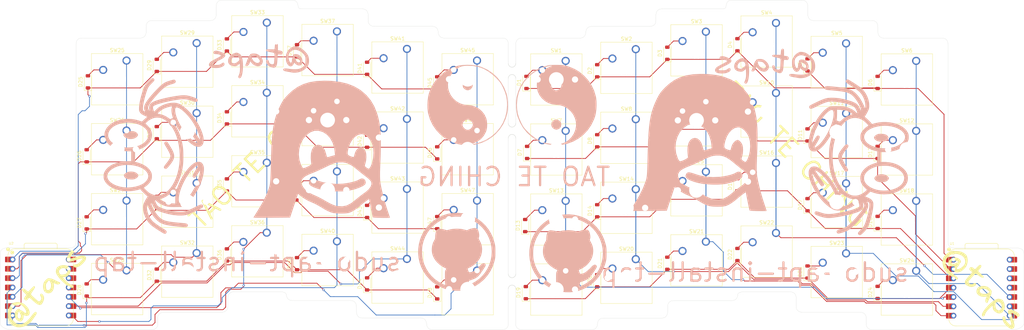
<source format=kicad_pcb>
(kicad_pcb (version 20241229) (generator "pcbnew") (generator_version "9.0")
  (layers (0 "F.Cu" signal) (2 "B.Cu" signal) (13 "F.Paste" user) (15 "B.Paste" user) (5 "F.SilkS" user "F.Silkscreen") (7 "B.SilkS" user "B.Silkscreen") (1 "F.Mask" user) (3 "B.Mask" user) (25 "Edge.Cuts" user))
  (net 0 "")
  (net 1 "Net-(D1-A)")
  (net 2 "Row0")
  (net 3 "Net-(D2-A)")
  (net 4 "Net-(D3-A)")
  (net 5 "Net-(D4-A)")
  (net 6 "Net-(D5-A)")
  (net 7 "Net-(D6-A)")
  (net 8 "Net-(D7-A)")
  (net 9 "Row1")
  (net 10 "Net-(D8-A)")
  (net 11 "Net-(D9-A)")
  (net 12 "Net-(D10-A)")
  (net 13 "Net-(D11-A)")
  (net 14 "Net-(D12-A)")
  (net 15 "Row2")
  (net 16 "Net-(D13-A)")
  (net 17 "Net-(D14-A)")
  (net 18 "Net-(D15-A)")
  (net 19 "Net-(D16-A)")
  (net 20 "Net-(D17-A)")
  (net 21 "Net-(D18-A)")
  (net 22 "Row3")
  (net 23 "Net-(D19-A)")
  (net 24 "Net-(D20-A)")
  (net 25 "Net-(D21-A)")
  (net 26 "Net-(D22-A)")
  (net 27 "Net-(D23-A)")
  (net 28 "Net-(D24-A)")
  (net 29 "Row4")
  (net 30 "Net-(D25-A)")
  (net 31 "Row5")
  (net 32 "Net-(D26-A)")
  (net 33 "Net-(D27-A)")
  (net 34 "Row6")
  (net 35 "Net-(D28-A)")
  (net 36 "Row7")
  (net 37 "Net-(D29-A)")
  (net 38 "Net-(D30-A)")
  (net 39 "Net-(D31-A)")
  (net 40 "Net-(D32-A)")
  (net 41 "Net-(D33-A)")
  (net 42 "Net-(D34-A)")
  (net 43 "Net-(D35-A)")
  (net 44 "Net-(D36-A)")
  (net 45 "Net-(D37-A)")
  (net 46 "Net-(D38-A)")
  (net 47 "Net-(D39-A)")
  (net 48 "Net-(D40-A)")
  (net 49 "Net-(D41-A)")
  (net 50 "Net-(D42-A)")
  (net 51 "Net-(D43-A)")
  (net 52 "Net-(D44-A)")
  (net 53 "Net-(D45-A)")
  (net 54 "Net-(D46-A)")
  (net 55 "Net-(D47-A)")
  (net 56 "Net-(D48-A)")
  (net 57 "Col0")
  (net 58 "Col1")
  (net 59 "Col2")
  (net 60 "Col3")
  (net 61 "Col4")
  (net 62 "Col5")
  (net 63 "Col6")
  (net 64 "Col7")
  (net 65 "Col8")
  (net 66 "Col9")
  (net 67 "Col10")
  (net 68 "Col11")
  (footprint "Diode_SMD:D_SOD-123" (layer "F.Cu") (at 210.16625 114.1825 90)
    (property "Reference" "D22")
    (property "Value" "D")
  )
  (footprint "Diode_SMD:D_SOD-123" (layer "F.Cu") (at 90.4875 77.7875 90)
    (property "Reference" "D38")
    (property "Value" "D")
  )
  (footprint "Diode_SMD:D_SOD-123" (layer "F.Cu") (at 109.5375 63.5 90)
    (property "Reference" "D41")
    (property "Value" "D")
  )
  (footprint "Diode_SMD:D_SOD-123" (layer "F.Cu") (at 109.5375 83.34375 90)
    (property "Reference" "D42")
    (property "Value" "D")
  )
  (footprint "Diode_SMD:D_SOD-123" (layer "F.Cu") (at 109.5375 122.175 90)
    (property "Reference" "D44")
    (property "Value" "D")
  )
  (footprint "Taps Keyboard shit:SW_Cherry_MX_1.00u_PCB" (layer "F.Cu") (at 239.69375 94.825)
    (property "Reference" "SW17")
    (property "Value" "SW_Push_45deg")
  )
  (footprint "Panelization:MouseBite-Slot_2.0x2.0mm_outset_D0.5mm_P0.85mm_3h" (layer "F.Cu") (at 149.92 121.5 90)
    (property "Reference" "B1" (hide yes))
    (property "Value" "MouseBite" (hide yes))
    (fp_arc (start -2 -2) (mid -1 -1) (end -2 0) (stroke (width 0.1)) (layer "Edge.Cuts"))
    (fp_arc (start 2 0) (mid 1 -1) (end 2 -2) (stroke (width 0.1)) (layer "Edge.Cuts"))
  )
  (footprint "Taps Keyboard shit:SW_Cherry_MX_1.00u_PCB" (layer "F.Cu") (at 63.215 75.685)
    (property "Reference" "SW30")
    (property "Value" "SW_Push_45deg")
  )
  (footprint "Diode_SMD:D_SOD-123" (layer "F.Cu") (at 152.66625 124.56375 90)
    (property "Reference" "D19")
    (property "Value" "D")
  )
  (footprint "Taps Keyboard shit:SW_Cherry_MX_1.00u_PCB" (layer "F.Cu") (at 101.345 72.5125)
    (property "Reference" "SW38")
    (property "Value" "SW_Push_45deg")
  )
  (footprint "Diode_SMD:D_SOD-123" (layer "F.Cu") (at 33.67 67.1975 90)
    (property "Reference" "D25")
    (property "Value" "D")
  )
  (footprint "Diode_SMD:D_SOD-123" (layer "F.Cu") (at 90.3125 97.69375 90)
    (property "Reference" "D39")
    (property "Value" "D")
  )
  (footprint "Diode_SMD:D_SOD-123" (layer "F.Cu") (at 90.4875 116.68125 90)
    (property "Reference" "D40")
    (property "Value" "D")
  )
  (footprint "Taps Keyboard shit:SW_Cherry_MX_1.00u_PCB" (layer "F.Cu") (at 258.74375 80.5275)
    (property "Reference" "SW12")
    (property "Value" "SW_Push_45deg")
  )
  (footprint "Diode_SMD:D_SOD-123" (layer "F.Cu") (at 229.21625 118.945 90)
    (property "Reference" "D23")
    (property "Value" "D")
  )
  (footprint "Taps Keyboard shit:SW_Cherry_MX_1.00u_PCB" (layer "F.Cu") (at 82.285 51.07375)
    (property "Reference" "SW33")
    (property "Value" "SW_Push_45deg")
  )
  (footprint "Taps Keyboard shit:SW_Cherry_MX_1.00u_PCB" (layer "F.Cu") (at 239.69375 113.865)
    (property "Reference" "SW23")
    (property "Value" "SW_Push_45deg")
  )
  (footprint "Diode_SMD:D_SOD-123" (layer "F.Cu") (at 210.16625 95.195 90)
    (property "Reference" "D16")
    (property "Value" "D")
  )
  (footprint "XIAO:XIAO-nRF52840-DIP" (layer "F.Cu") (at 276.50375 123.21)
    (property "Reference" "U1")
    (property "Value" "XIAO-nRF52840-DIP")
  )
  (footprint "Diode_SMD:D_SOD-123" (layer "F.Cu") (at 248.26625 105.45125 90)
    (property "Reference" "D18")
    (property "Value" "D")
  )
  (footprint "Taps Keyboard shit:SW_Cherry_MX_1.00u_PCB" (layer "F.Cu") (at 139.41 80.45)
    (property "Reference" "SW46")
    (property "Value" "SW_Push_45deg")
  )
  (footprint "Panelization:MouseBite-Slot_2.0x2.0mm_outset_D0.5mm_P0.85mm_3h" (layer "F.Cu") (at 149.92 80.49 90)
    (property "Reference" "B3" (hide yes))
    (property "Value" "MouseBite" (hide yes))
    (fp_arc (start -2 -2) (mid -1 -1) (end -2 0) (stroke (width 0.1)) (layer "Edge.Cuts"))
    (fp_arc (start 2 0) (mid 1 -1) (end 2 -2) (stroke (width 0.1)) (layer "Edge.Cuts"))
  )
  (footprint "Taps Keyboard shit:SW_Cherry_MX_1.00u_PCB" (layer "F.Cu") (at 44.16 118.5025)
    (property "Reference" "SW28")
    (property "Value" "SW_Push_45deg")
  )
  (footprint "Taps Keyboard shit:SW_Cherry_MX_1.00u_PCB" (layer "F.Cu") (at 139.41 61.4)
    (property "Reference" "SW45")
    (property "Value" "SW_Push_45deg")
  )
  (footprint "Diode_SMD:D_SOD-123" (layer "F.Cu") (at 71.4375 95.25 90)
    (property "Reference" "D35")
    (property "Value" "D")
  )
  (footprint "Diode_SMD:D_SOD-123" (layer "F.Cu") (at 248.26625 124.50125 90)
    (property "Reference" "D24")
    (property "Value" "D")
  )
  (footprint "Taps Keyboard shit:SW_Cherry_MX_1.00u_PCB" (layer "F.Cu") (at 163.49375 99.5775)
    (property "Reference" "SW13")
    (property "Value" "SW_Push_45deg")
  )
  (footprint "Diode_SMD:D_SOD-123" (layer "F.Cu") (at 229.21625 100.62625 90)
    (property "Reference" "D17")
    (property "Value" "D")
  )
  (footprint "Taps Keyboard shit:SW_Cherry_MX_1.00u_PCB" (layer "F.Cu") (at 258.74375 118.6275)
    (property "Reference" "SW24")
    (property "Value" "SW_Push_45deg")
  )
  (footprint "Diode_SMD:D_SOD-123" (layer "F.Cu") (at 172.06625 102.27625 90)
    (property "Reference" "D14")
    (property "Value" "D")
  )
  (footprint "Taps Keyboard shit:SW_Cherry_MX_1.00u_PCB" (layer "F.Cu") (at 120.36 115.375)
    (property "Reference" "SW44")
    (property "Value" "SW_Push_45deg")
  )
  (footprint "Taps Keyboard shit:SW_Cherry_MX_1.00u_PCB" (layer "F.Cu") (at 82.28 89.18125)
    (property "Reference" "SW35")
    (property "Value" "SW_Push_45deg")
  )
  (footprint "Diode_SMD:D_SOD-123" (layer "F.Cu") (at 128.5875 124.61875 90)
    (property "Reference" "D48")
    (property "Value" "D")
  )
  (footprint "LOGO" (layer "F.Cu") (at 21.803442 123.007717 45)
    (property "Reference" "G***" (hide yes))
    (property "Value" "LOGO" (hide yes))
  )
  (footprint "Taps Keyboard shit:SW_Cherry_MX_1.00u_PCB" (layer "F.Cu") (at 182.54375 58.3025)
    (property "Reference" "SW2")
    (property "Value" "SW_Push_45deg")
  )
  (footprint "Diode_SMD:D_SOD-123" (layer "F.Cu") (at 52.3875 119.79375 90)
    (property "Reference" "D32")
    (property "Value" "D")
  )
  (footprint "Diode_SMD:D_SOD-123" (layer "F.Cu") (at 33.3375 105.56875 90)
    (property "Reference" "D27")
    (property "Value" "D")
  )
  (footprint "Diode_SMD:D_SOD-123" (layer "F.Cu") (at 229.21625 62.58875 90)
    (property "Reference" "D5")
    (property "Value" "D")
  )
  (footprint "Taps Keyboard shit:SW_Cherry_MX_1.00u_PCB" (layer "F.Cu") (at 120.36 77.275)
    (property "Reference" "SW42")
    (property "Value" "SW_Push_45deg")
  )
  (footprint "Panelization:MouseBite-Slot_2.0x2.0mm_outset_D0.5mm_P0.85mm_3h" (layer "F.Cu") (at 149.92 64.2 90)
    (property "Reference" "B2" (hide yes))
    (property "Value" "MouseBite" (hide yes))
    (fp_arc (start -2 -2) (mid -1 -1) (end -2 0) (stroke (width 0.1)) (layer "Edge.Cuts"))
    (fp_arc (start 2 0) (mid 1 -1) (end 2 -2) (stroke (width 0.1)) (layer "Edge.Cuts"))
  )
  (footprint "Diode_SMD:D_SOD-123" (layer "F.Cu") (at 152.49125 106.3075 90)
    (property "Reference" "D13")
    (property "Value" "D")
  )
  (footprint "Taps Keyboard shit:SW_Cherry_MX_1.00u_PCB" (layer "F.Cu") (at 182.54375 115.4525)
    (property "Reference" "SW20")
    (property "Value" "SW_Push_45deg")
  )
  (footprint "Diode_SMD:D_SOD-123" (layer "F.Cu") (at 52.3875 62.70625 90)
    (property "Reference" "D29")
    (property "Value" "D")
  )
  (footprint "Taps Keyboard shit:SW_Cherry_MX_1.00u_PCB" (layer "F.Cu") (at 220.64375 108.30875)
    (property "Reference" "SW22")
    (property "Value" "SW_Push_45deg")
  )
  (footprint "Taps Keyboard shit:SW_Cherry_MX_1.00u_PCB" (layer "F.Cu") (at 120.36 96.325)
    (property "Reference" "SW43")
    (property "Value" "SW_Push_45deg")
  )
  (footprint "Diode_SMD:D_SOD-123" (layer "F.Cu") (at 33.3375 123.825 90)
    (property "Reference" "D28")
    (property "Value" "D")
  )
  (footprint "Taps Keyboard shit:SW_Cherry_MX_1.00u_PCB" (layer "F.Cu") (at 239.69375 75.765)
    (property "Reference" "SW11")
    (property "Value" "SW_Push_45deg")
  )
  (footprint "Diode_SMD:D_SOD-123" (layer "F.Cu") (at 153.01625 86.40125 90)
    (property "Reference" "D7")
    (property "Value" "D")
  )
  (footprint "Taps Keyboard shit:SW_Cherry_MX_1.00u_PCB" (layer "F.Cu") (at 220.64375 51.15875)
    (property "Reference" "SW4")
    (property "Value" "SW_Push_45deg")
  )
  (footprint "Taps Keyboard shit:SW_Cherry_MX_1.00u_PCB" (layer "F.Cu") (at 139.41 99.5)
    (property "Reference" "SW47")
    (property "Value" "SW_Push_45deg")
  )
  (footprint "Taps Keyboard shit:SW_Cherry_MX_1.00u_PCB" (layer "F.Cu") (at 82.26 108.23125)
    (property "Reference" "SW36")
    (property "Value" "SW_Push_45deg")
  )
  (footprint "Taps Keyboard shit:SW_Cherry_MX_1.00u_PCB" (layer "F.Cu") (at 201.59375 72.59)
    (property "Reference" "SW9")
    (property "Value" "SW_Push_45deg")
  )
  (footprint "Taps Keyboard shit:SW_Cherry_MX_1.00u_PCB" (layer "F.Cu") (at 120.36 58.225)
    (property "Reference" "SW41")
    (property "Value" "SW_Push_45deg")
  )
  (footprint "Diode_SMD:D_SOD-123" (layer "F.Cu") (at 248.26625 67.35125 90)
    (property "Reference" "D6")
    (property "Value" "D")
  )
  (footprint "Diode_SMD:D_SOD-123" (layer "F.Cu") (at 172.06625 83.22625 90)
    (property "Reference" "D8")
    (property "Value" "D")
  )
  (footprint "Diode_SMD:D_SOD-123" (layer "F.Cu") (at 152.84125 67.35125 90)
    (property "Reference" "D1")
    (property "Value" "D")
  )
  (footprint "Taps Keyboard shit:SW_Cherry_MX_1.00u_PCB" (layer "F.Cu") (at 44.165 80.45)
    (property "Reference" "SW26")
    (property "Value" "SW_Push_45deg")
  )
  (footprint "Taps Keyboard shit:SW_Cherry_MX_1.00u_PCB" (layer "F.Cu") (at 101.345 91.5625)
    (property "Reference" "SW39")
    (property "Value" "SW_Push_45deg")
  )
  (footprint "Taps Keyboard shit:SW_Cherry_MX_1.00u_PCB" (layer "F.Cu") (at 139.41 118.55)
    (property "Reference" "SW48")
    (property "Value" "SW_Push_45deg")
  )
  (footprint "Taps Keyboard shit:SW_Cherry_MX_1.00u_PCB" (layer "F.Cu") (at 258.74375 99.5775)
    (property "Reference" "SW18")
    (property "Value" "SW_Push_45deg")
  )
  (footprint "Diode_SMD:D_SOD-123" (layer "F.Cu") (at 128.5875 67.46875 90)
    (property "Reference" "D45")
    (property "Value" "D")
  )
  (footprint "Diode_SMD:D_SOD-123" (layer "F.Cu") (at 191.11625 116.56375 90)
    (property "Reference" "D21")
    (property "Value" "D")
  )
  (footprint "Taps Keyboard shit:SW_Cherry_MX_1.00u_PCB" (layer "F.Cu") (at 258.74375 61.4775)
    (property "Reference" "SW6")
    (property "Value" "SW_Push_45deg")
  )
  (footprint "XIAO:XIAO-nRF52840-DIP" (layer "F.Cu") (at 20.82375 123.15375)
    (property "Reference" "U2")
    (property "Value" "XIAO-nRF52840-DIP")
  )
  (footprint "Diode_SMD:D_SOD-123" (layer "F.Cu") (at 128.5875 86.51875 90)
    (property "Reference" "D46")
    (property "Value" "D")
  )
  (footprint "Diode_SMD:D_SOD-123" (layer "F.Cu") (at 109.5375 102.45625 90)
    (property "Reference" "D43")
    (property "Value" "D")
  )
  (footprint "Taps Keyboard shit:SW_Cherry_MX_1.00u_PCB" (layer "F.Cu") (at 163.49375 80.5275)
    (property "Reference" "SW7")
    (property "Value" "SW_Push_45deg")
  )
  (footprint "Diode_SMD:D_SOD-123" (layer "F.Cu") (at 71.4375 57.15 90)
    (property "Reference" "D33")
    (property "Value" "D")
  )
  (footprint "Diode_SMD:D_SOD-123" (layer "F.Cu") (at 191.11625 97.51375 90)
    (property "Reference" "D15")
    (property "Value" "D")
  )
  (footprint "Diode_SMD:D_SOD-123" (layer "F.Cu") (at 210.16625 76.0825 90)
    (property "Reference" "D10")
    (property "Value" "D")
  )
  (footprint "Diode_SMD:D_SOD-123" (layer "F.Cu") (at 71.4375 76.99375 90)
    (property "Reference" "D34")
    (property "Value" "D")
  )
  (footprint "Taps Keyboard shit:SW_Cherry_MX_1.00u_PCB" (layer "F.Cu") (at 201.59375 91.64)
    (property "Reference" "SW15")
    (property "Value" "SW_Push_45deg")
  )
  (footprint "Diode_SMD:D_SOD-123" (layer "F.Cu") (at 210.16625 57.095 90)
    (property "Reference" "D4")
    (property "Value" "D")
  )
  (footprint "Taps Keyboard shit:SW_Cherry_MX_1.00u_PCB" (layer "F.Cu") (at 163.49375 61.4775)
    (property "Reference" "SW1")
    (property "Value" "SW_Push_45deg")
  )
  (footprint "Taps Keyboard shit:SW_Cherry_MX_1.00u_PCB" (layer "F.Cu") (at 239.69375 56.715)
    (property "Reference" "SW5")
    (property "Value" "SW_Push_45deg")
  )
  (footprint "Taps Keyboard shit:SW_Cherry_MX_1.00u_PCB" (layer "F.Cu") (at 44.165 99.5)
    (property "Reference" "SW27")
    (property "Value" "SW_Push_45deg")
  )
  (footprint "Taps Keyboard shit:SW_Cherry_MX_1.00u_PCB" (layer "F.Cu") (at 182.54375 77.3525)
    (property "Reference" "SW8")
    (property "Value" "SW_Push_45deg")
  )
  (footprint "Taps Keyboard shit:SW_Cherry_MX_1.00u_PCB" (layer "F.Cu") (at 63.215 94.735)
    (property "Reference" "SW31")
    (property "Value" "SW_Push_45deg")
  )
  (footprint "Diode_SMD:D_SOD-123" (layer "F.Cu") (at 52.3875 81.025 90)
    (property "Reference" "D30")
    (property "Value" "D")
  )
  (footprint "Taps Keyboard shit:SW_Cherry_MX_1.00u_PCB" (layer "F.Cu") (at 201.59375 110.69)
    (property "Reference" "SW21")
    (property "Value" "SW_Push_45deg")
  )
  (footprint "Diode_SMD:D_SOD-123" (layer "F.Cu") (at 191.11625 59.41375 90)
    (property "Reference" "D3")
    (property "Value" "D")
  )
  (footprint "Taps Keyboard shit:SW_Cherry_MX_1.00u_PCB" (layer "F.Cu") (at 101.345 110.59)
    (property "Reference" "SW40")
    (property "Value" "SW_Push_45deg")
  )
  (footprint "Taps Keyboard shit:SW_Cherry_MX_1.00u_PCB" (layer "F.Cu") (at 220.64375 89.25875)
    (property "Reference" "SW16")
    (property "Value" "SW_Push_45deg")
  )
  (footprint "Taps Keyboard shit:SW_Cherry_MX_1.00u_PCB" (layer "F.Cu") (at 101.345 53.4625)
    (property "Reference" "SW37")
    (property "Value" "SW_Push_45deg")
  )
  (footprint "Taps Keyboard shit:SW_Cherry_MX_1.00u_PCB" (layer "F.Cu") (at 182.54375 96.4025)
    (property "Reference" "SW14")
    (property "Value" "SW_Push_45deg")
  )
  (footprint "Diode_SMD:D_SOD-123" (layer "F.Cu") (at 90.4875 58.7375 90)
    (property "Reference" "D37")
    (property "Value" "D")
  )
  (footprint "Diode_SMD:D_SOD-123" (layer "F.Cu") (at 172.06625 64.17625 90)
    (property "Reference" "D2")
    (property "Value" "D")
  )
  (footprint "Taps Keyboard shit:SW_Cherry_MX_1.00u_PCB" (layer "F.Cu") (at 63.215 56.635)
    (property "Reference" "SW29")
    (property "Value" "SW_Push_45deg")
  )
  (footprint "Taps Keyboard shit:SW_Cherry_MX_1.00u_PCB" (layer "F.Cu") (at 220.64375 70.20875)
    (property "Reference" "SW10")
    (property "Value" "SW_Push_45deg")
  )
  (footprint "Taps Keyboard shit:SW_Cherry_MX_1.00u_PCB" (layer "F.Cu") (at 63.215 113.785)
    (property "Reference" "SW32")
    (property "Value" "SW_Push_45deg")
  )
  (footprint "Diode_SMD:D_SOD-123" (layer "F.Cu") (at 71.4375 114.3 90)
    (property "Reference" "D36")
    (property "Value" "D")
  )
  (footprint "Diode_SMD:D_SOD-123" (layer "F.Cu") (at 172.06625 121.32625 90)
    (property "Reference" "D20")
    (property "Value" "D")
  )
  (footprint "Diode_SMD:D_SOD-123" (layer "F.Cu") (at 33.3375 87.3125 90)
    (property "Reference" "D26")
    (property "Value" "D")
  )
  (footprint "Taps Keyboard shit:SW_Cherry_MX_1.00u_PCB" (layer "F.Cu") (at 201.59375 53.54)
    (property "Reference" "SW3")
    (property "Value" "SW_Push_45deg")
  )
  (footprint "LOGO" (layer "F.Cu") (at 276.867283 123.053442 -45)
    (property "Reference" "G***" (hide yes))
    (property "Value" "LOGO" (hide yes))
  )
  (footprint "Taps Keyboard shit:SW_Cherry_MX_1.00u_PCB" (layer "F.Cu") (at 82.28 70.13125)
    (property "Reference" "SW34")
    (property "Value" "SW_Push_45deg")
  )
  (footprint "Diode_SMD:D_SOD-123" (layer "F.Cu") (at 248.26625 86.40125 90)
    (property "Reference" "D12")
    (property "Value" "D")
  )
  (footprint "Diode_SMD:D_SOD-123" (layer "F.Cu") (at 229.21625 81.63875 90)
    (property "Reference" "D11")
    (property "Value" "D")
  )
  (footprint "Taps Keyboard shit:SW_Cherry_MX_1.00u_PCB" (layer "F.Cu") (at 44.165 61.4)
    (property "Reference" "SW25")
    (property "Value" "SW_Push_45deg")
  )
  (footprint "Diode_SMD:D_SOD-123" (layer "F.Cu") (at 128.5875 105.50625 90)
    (property "Reference" "D47")
    (property "Value" "D")
  )
  (footprint "Taps Keyboard shit:SW_Cherry_MX_1.00u_PCB" (layer "F.Cu") (at 163.49375 118.6275)
    (property "Reference" "SW19")
    (property "Value" "SW_Push_45deg")
  )
  (footprint "Diode_SMD:D_SOD-123" (layer "F.Cu") (at 52.48125 100.0125 90)
    (property "Reference" "D31")
    (property "Value" "D")
  )
  (footprint "Diode_SMD:D_SOD-123" (layer "F.Cu") (at 191.11625 78.46375 90)
    (property "Reference" "D9")
    (property "Value" "D")
  )
  (footprint "LOGO" (layer "B.Cu") (at 97.200486 85.940696 180)
    (property "Reference" "G***" (hide yes))
    (property "Value" "LOGO" (hide yes))
  )
  (footprint "LOGO" (layer "B.Cu") (at 164.149739 113.811474 180)
    (property "Reference" "G***" (hide yes))
    (property "Value" "LOGO" (hide yes))
  )
  (footprint "LOGO" (layer "B.Cu") (at 136.869087 73.397334 180)
    (property "Reference" "G***" (hide yes))
    (property "Value" "LOGO" (hide yes))
  )
  (footprint "LOGO" (layer "B.Cu") (at 51.525137 87.334001 -90)
    (property "Reference" "G***" (hide yes))
    (property "Value" "LOGO" (hide yes))
  )
  (footprint "LOGO" (layer "B.Cu") (at 133.95 113.4 180)
    (property "Reference" "G***" (hide yes))
    (property "Value" "LOGO" (hide yes))
  )
  (footprint "LOGO" (layer "B.Cu") (at 80.35 60.525 180)
    (property "Reference" "G***" (hide yes))
    (property "Value" "LOGO" (hide yes))
  )
  (footprint "LOGO" (layer "B.Cu") (at 243.125 87.75 90)
    (property "Reference" "G***" (hide yes))
    (property "Value" "LOGO" (hide yes))
  )
  (footprint "LOGO" (layer "B.Cu") (at 160.95375 73.5425)
    (property "Reference" "G***" (hide yes))
    (property "Value" "LOGO" (hide yes))
  )
  (footprint "LOGO" (layer "B.Cu") (at 217.879587 62.008721 180)
    (property "Reference" "G***" (hide yes))
    (property "Value" "LOGO" (hide yes))
  )
  (footprint "LOGO" (layer "B.Cu") (at 199.560474 84.087903 180)
    (property "Reference" "G***" (hide yes))
    (property "Value" "LOGO" (hide yes))
  )
  (gr_curve (pts (xy 30.44375 110.83) (xy 30.44375 112.4175) (xy 28.85625 112.4175) (xy 28.85625 112.4175)) (stroke (width 0.05)) (layer "Edge.Cuts"))
  (gr_curve (pts (xy 170.5575 134.6575) (xy 172.145 134.6575) (xy 172.145 133.07) (xy 172.145 133.07)) (stroke (width 0.05)) (layer "Edge.Cuts"))
  (gr_curve (pts (xy 66.95625 50.505) (xy 68.54375 50.505) (xy 68.54375 48.9175) (xy 68.54375 48.9175)) (stroke (width 0.05)) (layer "Edge.Cuts"))
  (gr_line (start 109.81875 49.71125) (end 109.81875 50.505) (stroke (width 0.05)) (layer "Edge.Cuts"))
  (gr_curve (pts (xy 52.66875 133.055) (xy 52.66875 134.6425) (xy 51.08125 134.6425) (xy 51.08125 134.6425)) (stroke (width 0.05)) (layer "Edge.Cuts"))
  (gr_line (start 52.66875 131.4675) (end 52.66875 133.055) (stroke (width 0.05)) (layer "Edge.Cuts"))
  (gr_line (start 265.295 134.6575) (end 284.66375 134.6575) (stroke (width 0.05)) (layer "Edge.Cuts"))
  (gr_line (start 146.33125 55.2675) (end 130.45625 55.2675) (stroke (width 0.05)) (layer "Edge.Cuts"))
  (gr_line (start 106.64375 128.2925) (end 106.64375 129.88) (stroke (width 0.05)) (layer "Edge.Cuts"))
  (gr_line (start 105.05625 126.705) (end 89.18125 126.705) (stroke (width 0.05)) (layer "Edge.Cuts"))
  (gr_curve (pts (xy 206.27625 47.345) (xy 207.07 47.345) (xy 207.07 46.55125) (xy 207.07 46.55125)) (stroke (width 0.05)) (layer "Edge.Cuts"))
  (gr_curve (pts (xy 86.00625 124.32375) (xy 87.59375 124.32375) (xy 87.59375 125.1175) (xy 87.59375 125.1175)) (stroke (width 0.05)) (layer "Edge.Cuts"))
  (gr_line (start 147.92 66.2) (end 147.917815 78.49) (stroke (width 0.05)) (layer "Edge.Cuts"))
  (gr_curve (pts (xy 173.7325 131.4825) (xy 172.145 131.4825) (xy 172.145 133.07) (xy 172.145 133.07)) (stroke (width 0.05)) (layer "Edge.Cuts"))
  (gr_curve (pts (xy 267.395 110.845) (xy 267.395 112.4325) (xy 268.9825 112.4325) (xy 268.9825 112.4325)) (stroke (width 0.05)) (layer "Edge.Cuts"))
  (gr_line (start 149.92 62.2) (end 149.92 56.87) (stroke (width 0.05)) (layer "Edge.Cuts"))
  (gr_line (start 211.8325 124.33875) (end 224.5325 124.33875) (stroke (width 0.05)) (layer "Edge.Cuts"))
  (gr_line (start 189.6075 47.345) (end 206.27625 47.345) (stroke (width 0.05)) (layer "Edge.Cuts"))
  (gr_line (start 229.295 46.55125) (end 229.295 48.9325) (stroke (width 0.05)) (layer "Edge.Cuts"))
  (gr_line (start 9.80625 133.055) (end 9.80625 114.005) (stroke (width 0.05)) (layer "Edge.Cuts"))
  (gr_line (start 151.5075 134.6575) (end 170.5575 134.6575) (stroke (width 0.05)) (layer "Edge.Cuts"))
  (gr_curve (pts (xy 70.13125 44.94875) (xy 68.54375 44.94875) (xy 68.54375 46.53625) (xy 68.54375 46.53625)) (stroke (width 0.05)) (layer "Edge.Cuts"))
  (gr_curve (pts (xy 192.7825 126.72) (xy 191.195 126.72) (xy 191.195 128.3075) (xy 191.195 128.3075)) (stroke (width 0.05)) (layer "Edge.Cuts"))
  (gr_line (start 32.54375 134.6425) (end 13.175 134.6425) (stroke (width 0.05)) (layer "Edge.Cuts"))
  (gr_line (start 51.08125 134.6425) (end 32.54375 134.6425) (stroke (width 0.05)) (layer "Edge.Cuts"))
  (gr_curve (pts (xy 130.45625 55.2675) (xy 128.86875 55.2675) (xy 128.86875 53.68) (xy 128.86875 53.68)) (stroke (width 0.05)) (layer "Edge.Cuts"))
  (gr_curve (pts (xy 91.5625 47.33) (xy 90.76875 47.33) (xy 90.76875 46.53625) (xy 90.76875 46.53625)) (stroke (width 0.05)) (layer "Edge.Cuts"))
  (gr_curve (pts (xy 230.8825 50.52) (xy 229.295 50.52) (xy 229.295 48.9325) (xy 229.295 48.9325)) (stroke (width 0.05)) (layer "Edge.Cuts"))
  (gr_line (start 173.7325 131.4825) (end 189.6075 131.4825) (stroke (width 0.05)) (layer "Edge.Cuts"))
  (gr_curve (pts (xy 89.1825 44.9425) (xy 90.77 44.9425) (xy 90.77 46.53) (xy 90.77 46.53)) (stroke (width 0.05)) (layer "Edge.Cuts"))
  (gr_line (start 230.8825 50.52) (end 246.7575 50.52) (stroke (width 0.05)) (layer "Edge.Cuts"))
  (gr_line (start 245.17 131.4825) (end 245.17 133.07) (stroke (width 0.05)) (layer "Edge.Cuts"))
  (gr_curve (pts (xy 13.175 134.6425) (xy 10.31875 134.6425) (xy 9.80625 133.055) (xy 9.80625 133.055)) (stroke (width 0.05)) (layer "Edge.Cuts"))
  (gr_line (start 192.7825 126.72) (end 208.6575 126.72) (stroke (width 0.05)) (layer "Edge.Cuts"))
  (gr_line (start 124.10625 131.4675) (end 108.23125 131.4675) (stroke (width 0.05)) (layer "Edge.Cuts"))
  (gr_curve (pts (xy 127.28125 52.0925) (xy 128.86875 52.0925) (xy 128.86875 53.68) (xy 128.86875 53.68)) (stroke (width 0.05)) (layer "Edge.Cuts"))
  (gr_line (start 49.49375 52.0925) (end 49.49375 53.68) (stroke (width 0.05)) (layer "Edge.Cuts"))
  (gr_curve (pts (xy 9.80625 114.005) (xy 9.80625 112.4175) (xy 11.39375 112.4175) (xy 11.39375 112.4175)) (stroke (width 0.05)) (layer "Edge.Cuts"))
  (gr_curve (pts (xy 108.23125 131.4675) (xy 106.64375 131.4675) (xy 106.64375 129.88) (xy 106.64375 129.88)) (stroke (width 0.05)) (layer "Edge.Cuts"))
  (gr_curve (pts (xy 108.23125 47.33) (xy 109.81875 47.33) (xy 109.81875 48.9175) (xy 109.81875 48.9175)) (stroke (width 0.05)) (layer "Edge.Cuts"))
  (gr_curve (pts (xy 284.66375 134.6575) (xy 287.52 134.6575) (xy 288.0325 133.07) (xy 288.0325 133.07)) (stroke (width 0.05)) (layer "Edge.Cuts"))
  (gr_curve (pts (xy 149.92 133.07) (xy 149.92 134.6575) (xy 151.5075 134.6575) (xy 151.5075 134.6575)) (stroke (width 0.05)) (layer "Edge.Cuts"))
  (gr_line (start 11.39375 112.4175) (end 28.85625 112.4175) (stroke (width 0.05)) (layer "Edge.Cuts"))
  (gr_line (start 151.5075 55.2825) (end 167.3825 55.2825) (stroke (width 0.05)) (layer "Edge.Cuts"))
  (gr_curve (pts (xy 189.6075 47.345) (xy 188.02 47.345) (xy 188.02 48.9325) (xy 188.02 48.9325)) (stroke (width 0.05)) (layer "Edge.Cuts"))
  (gr_line (start 248.345 52.1075) (end 248.345 53.695) (stroke (width 0.05)) (layer "Edge.Cuts"))
  (gr_curve (pts (xy 51.08125 50.505) (xy 49.49375 50.505) (xy 49.49375 52.0925) (xy 49.49375 52.0925)) (stroke (width 0.05)) (layer "Edge.Cuts"))
  (gr_line (start 267.395 110.845) (end 267.395 56.87) (stroke (width 0.05)) (layer "Edge.Cuts"))
  (gr_curve (pts (xy 249.9325 55.2825) (xy 248.345 55.2825) (xy 248.345 53.695) (xy 248.345 53.695)) (stroke (width 0.05)) (layer "Edge.Cuts"))
  (gr_curve (pts (xy 246.7575 50.52) (xy 248.345 50.52) (xy 248.345 52.1075) (xy 248.345 52.1075)) (stroke (width 0.05)) (layer "Edge.Cuts"))
  (gr_line (start 147.919995 62.2) (end 147.91875 56.855) (stroke (width 0.05)) (layer "Edge.Cuts"))
  (gr_curve (pts (xy 189.6075 131.4825) (xy 191.195 131.4825) (xy 191.195 129.895) (xy 191.195 129.895)) (stroke (width 0.05)) (layer "Edge.Cuts"))
  (gr_curve (pts (xy 170.5575 52.1075) (xy 168.97 52.1075) (xy 168.97 53.695) (xy 168.97 53.695)) (stroke (width 0.05)) (layer "Edge.Cuts"))
  (gr_curve (pts (xy 208.6575 126.72) (xy 210.245 126.72) (xy 210.245 125.1325) (xy 210.245 125.1325)) (stroke (width 0.05)) (layer "Edge.Cuts"))
  (gr_line (start 227.7075 129.895) (end 243.5825 129.895) (stroke (width 0.05)) (layer "Edge.Cuts"))
  (gr_curve (pts (xy 147.91875 133.055) (xy 147.91875 134.6425) (xy 146.33125 134.6425) (xy 146.33125 134.6425)) (stroke (width 0.05)) (layer "Edge.Cuts"))
  (gr_line (start 70.13125 129.88) (end 54.25625 129.88) (stroke (width 0.05)) (layer "Edge.Cuts"))
  (gr_line (start 147.920005 82.486804) (end 147.91875 119.5) (stroke (width 0.05)) (layer "Edge.Cuts"))
  (gr_curve (pts (xy 146.33125 55.2675) (xy 147.91875 55.2675) (xy 147.91875 56.855) (xy 147.91875 56.855)) (stroke (width 0.05)) (layer "Edge.Cuts"))
  (gr_line (start 108.23125 47.33) (end 91.5625 47.33) (stroke (width 0.05)) (layer "Edge.Cuts"))
  (gr_line (start 68.54375 46.53625) (end 68.54375 48.9175) (stroke (width 0.05)) (layer "Edge.Cuts"))
  (gr_line (start 86.00625 124.32375) (end 73.30625 124.32375) (stroke (width 0.05)) (layer "Edge.Cuts"))
  (gr_curve (pts (xy 71.71875 128.2925) (xy 71.71875 129.88) (xy 70.13125 129.88) (xy 70.13125 129.88)) (stroke (width 0.05)) (layer "Edge.Cuts"))
  (gr_line (start 71.71875 128.2925) (end 71.71875 125.91125) (stroke (width 0.05)) (layer "Edge.Cuts"))
  (gr_line (start 191.195 128.3075) (end 191.195 129.895) (stroke (width 0.05)) (layer "Edge.Cuts"))
  (gr_line (start 170.5575 52.1075) (end 186.4325 52.1075) (stroke (width 0.05)) (layer "Edge.Cuts"))
  (gr_line (start 147.91875 123.5) (end 147.91875 133.055) (stroke (width 0.05)) (layer "Edge.Cuts"))
  (gr_line (start 288.0325 133.07) (end 288.0325 114.02) (stroke (width 0.05)) (layer "Edge.Cuts"))
  (gr_curve (pts (xy 109.81875 50.505) (xy 109.81875 52.0925) (xy 111.40625 52.0925) (xy 111.40625 52.0925)) (stroke (width 0.05)) (layer "Edge.Cuts"))
  (gr_curve (pts (xy 245.17 131.4825) (xy 245.17 129.895) (xy 243.5825 129.895) (xy 243.5825 129.895)) (stroke (width 0.05)) (layer "Edge.Cuts"))
  (gr_line (start 109.81875 49.71125) (end 109.81875 48.9175) (stroke (width 0.05)) (layer "Edge.Cuts"))
  (gr_line (start 188.02 49.72625) (end 188.02 50.52) (stroke (width 0.05)) (layer "Edge.Cuts"))
  (gr_line (start 89.18125 44.94875) (end 70.13125 44.94875) (stroke (width 0.05)) (layer "Edge.Cuts"))
  (gr_curve (pts (xy 47.90625 55.2675) (xy 49.49375 55.2675) (xy 49.49375 53.68) (xy 49.49375 53.68)) (stroke (width 0.05)) (layer "Edge.Cuts"))
  (gr_curve (pts (xy 226.12 125.92625) (xy 226.12 124.33875) (xy 224.5325 124.33875) (xy 224.5325 124.33875)) (stroke (width 0.05)) (layer "Edge.Cuts"))
  (gr_curve (pts (xy 32.03125 55.2675) (xy 30.44375 55.2675) (xy 30.44375 56.855) (xy 30.44375 56.855)) (stroke (width 0.05)) (layer "Edge.Cuts"))
  (gr_curve (pts (xy 52.66875 131.4675) (xy 52.66875 129.88) (xy 54.25625 129.88) (xy 54.25625 129.88)) (stroke (width 0.05)) (layer "Edge.Cuts"))
  (gr_line (start 249.9325 55.2825) (end 265.8075 55.2825) (stroke (width 0.05)) (layer "Edge.Cuts"))
  (gr_line (start 30.44375 110.83) (end 30.44375 56.855) (stroke (width 0.05)) (layer "Edge.Cuts"))
  (gr_curve (pts (xy 89.18125 126.705) (xy 87.59375 126.705) (xy 87.59375 125.1175) (xy 87.59375 125.1175)) (stroke (width 0.05)) (layer "Edge.Cuts"))
  (gr_line (start 226.12 128.3075) (end 226.12 125.92625) (stroke (width 0.05)) (layer "Edge.Cuts"))
  (gr_curve (pts (xy 208.65625 44.9575) (xy 207.06875 44.9575) (xy 207.06875 46.545) (xy 207.06875 46.545)) (stroke (width 0.05)) (layer "Edge.Cuts"))
  (gr_line (start 149.92 82.49) (end 149.92 119.5) (stroke (width 0.05)) (layer "Edge.Cuts"))
  (gr_curve (pts (xy 288.0325 114.02) (xy 288.0325 112.4325) (xy 286.445 112.4325) (xy 286.445 112.4325)) (stroke (width 0.05)) (layer "Edge.Cuts"))
  (gr_line (start 246.7575 134.6575) (end 265.295 134.6575) (stroke (width 0.05)) (layer "Edge.Cuts"))
  (gr_line (start 286.445 112.4325) (end 268.9825 112.4325) (stroke (width 0.05)) (layer "Edge.Cuts"))
  (gr_curve (pts (xy 105.05625 126.705) (xy 106.64375 126.705) (xy 106.64375 128.2925) (xy 106.64375 128.2925)) (stroke (width 0.05)) (layer "Edge.Cuts"))
  (gr_line (start 188.02 49.72625) (end 188.02 48.9325) (stroke (width 0.05)) (layer "Edge.Cuts"))
  (gr_line (start 127.28125 52.0925) (end 111.40625 52.0925) (stroke (width 0.05)) (layer "Edge.Cuts"))
  (gr_curve (pts (xy 226.12 128.3075) (xy 226.12 129.895) (xy 227.7075 129.895) (xy 227.7075 129.895)) (stroke (width 0.05)) (layer "Edge.Cuts"))
  (gr_line (start 146.33125 134.6425) (end 127.28125 134.6425) (stroke (width 0.05)) (layer "Edge.Cuts"))
  (gr_line (start 149.92 123.5) (end 149.92 133.07) (stroke (width 0.05)) (layer "Edge.Cuts"))
  (gr_line (start 208.6575 44.96375) (end 227.7075 44.96375) (stroke (width 0.05)) (layer "Edge.Cuts"))
  (gr_curve (pts (xy 227.7075 44.96375) (xy 229.295 44.96375) (xy 229.295 46.55125) (xy 229.295 46.55125)) (stroke (width 0.05)) (layer "Edge.Cuts"))
  (gr_curve (pts (xy 188.02 50.52) (xy 188.02 52.1075) (xy 186.4325 52.1075) (xy 186.4325 52.1075)) (stroke (width 0.05)) (layer "Edge.Cuts"))
  (gr_line (start 149.92 66.2) (end 149.929976 78.49) (stroke (width 0.05)) (layer "Edge.Cuts"))
  (gr_line (start 66.95625 50.505) (end 51.08125 50.505) (stroke (width 0.05)) (layer "Edge.Cuts"))
  (gr_curve (pts (xy 124.10625 131.4675) (xy 125.69375 131.4675) (xy 125.69375 133.055) (xy 125.69375 133.055)) (stroke (width 0.05)) (layer "Edge.Cuts"))
  (gr_curve (pts (xy 127.28125 134.6425) (xy 125.69375 134.6425) (xy 125.69375 133.055) (xy 125.69375 133.055)) (stroke (width 0.05)) (layer "Edge.Cuts"))
  (gr_curve (pts (xy 211.8325 124.33875) (xy 210.245 124.33875) (xy 210.245 125.1325) (xy 210.245 125.1325)) (stroke (width 0.05)) (layer "Edge.Cuts"))
  (gr_curve (pts (xy 265.8075 55.2825) (xy 267.395 55.2825) (xy 267.395 56.87) (xy 267.395 56.87)) (stroke (width 0.05)) (layer "Edge.Cuts"))
  (gr_curve (pts (xy 245.17 133.07) (xy 245.17 134.6575) (xy 246.7575 134.6575) (xy 246.7575 134.6575)) (stroke (width 0.05)) (layer "Edge.Cuts"))
  (gr_curve (pts (xy 71.71875 125.91125) (xy 71.71875 124.32375) (xy 73.30625 124.32375) (xy 73.30625 124.32375)) (stroke (width 0.05)) (layer "Edge.Cuts"))
  (gr_curve (pts (xy 151.5075 55.2825) (xy 149.92 55.2825) (xy 149.92 56.87) (xy 149.92 56.87)) (stroke (width 0.05)) (layer "Edge.Cuts"))
  (gr_line (start 47.90625 55.2675) (end 32.03125 55.2675) (stroke (width 0.05)) (layer "Edge.Cuts"))
  (gr_curve (pts (xy 167.3825 55.2825) (xy 168.97 55.2825) (xy 168.97 53.695) (xy 168.97 53.695)) (stroke (width 0.05)) (layer "Edge.Cuts"))
  (gr_text "TAO TE CHING" (at 205.075 70.425 315) (layer "F.SilkS") (effects (font (size 5 5) (thickness 0.625)) (justify left bottom)))
  (gr_text "TAO TE CHING" (at 64.375 108.125 45) (layer "F.SilkS") (effects (font (size 5 5) (thickness 0.625)) (justify left bottom)))
  (gr_text "sudo-apt-install-tap" (at 257.125 121.95 0) (layer "B.SilkS") (effects (font (size 5 5) (thickness 0.625)) (justify left bottom mirror)))
  (gr_text "sudo-apt-install-tap" (at 119.1 119.1 0) (layer "B.SilkS") (effects (font (size 5 5) (thickness 0.625)) (justify left bottom mirror)))
  (gr_text "TAO TE CHING" (at 176 95.95 0) (layer "B.SilkS") (effects (font (size 5 5) (thickness 0.625)) (justify left bottom mirror)))
  (segment (start 154.525 64.0175) (end 152.84125 65.70125) (width 0.2) (layer "F.Cu") (net 1))
  (segment (start 157.14375 64.0175) (end 154.525 64.0175) (width 0.2) (layer "F.Cu") (net 1))
  (segment (start 233.97875 69.00125) (end 229.21625 64.23875) (width 0.2) (layer "F.Cu") (net 2))
  (segment (start 266.31 76.04) (end 259.27125 69.00125) (width 0.2) (layer "F.Cu") (net 2))
  (segment (start 268.04875 115.59) (end 266.31 113.85125) (width 0.2) (layer "F.Cu") (net 2))
  (segment (start 259.27125 69.00125) (end 248.26625 69.00125) (width 0.2) (layer "F.Cu") (net 2))
  (segment (start 191.11625 61.06375) (end 207.8475 61.06375) (width 0.2) (layer "F.Cu") (net 2))
  (segment (start 248.26625 69.00125) (end 233.97875 69.00125) (width 0.2) (layer "F.Cu") (net 2))
  (segment (start 152.84125 69.00125) (end 168.89125 69.00125) (width 0.2) (layer "F.Cu") (net 2))
  (segment (start 248.07275 68.80775) (end 220.229 68.80775) (width 0.2) (layer "F.Cu") (net 2))
  (segment (start 168.89125 69.00125) (end 172.06625 65.82625) (width 0.2) (layer "F.Cu") (net 2))
  (segment (start 207.8475 61.06375) (end 210.16625 58.745) (width 0.2) (layer "F.Cu") (net 2))
  (segment (start 186.35375 65.82625) (end 172.06625 65.82625) (width 0.2) (layer "F.Cu") (net 2))
  (segment (start 248.26625 69.00125) (end 248.07275 68.80775) (width 0.2) (layer "F.Cu") (net 2))
  (segment (start 268.04875 115.59) (end 268.88375 115.59) (width 0.2) (layer "F.Cu") (net 2))
  (segment (start 191.11625 61.06375) (end 186.35375 65.82625) (width 0.2) (layer "F.Cu") (net 2))
  (segment (start 220.229 68.80775) (end 210.16625 58.745) (width 0.2) (layer "F.Cu") (net 2))
  (segment (start 266.31 113.85125) (end 266.31 76.04) (width 0.2) (layer "F.Cu") (net 2))
  (segment (start 173.75 60.8425) (end 172.06625 62.52625) (width 0.2) (layer "F.Cu") (net 3))
  (segment (start 176.19375 60.8425) (end 173.75 60.8425) (width 0.2) (layer "F.Cu") (net 3))
  (segment (start 191.11625 57.76375) (end 192.8 56.08) (width 0.2) (layer "F.Cu") (net 4))
  (segment (start 192.8 56.08) (end 195.24375 56.08) (width 0.2) (layer "F.Cu") (net 4))
  (segment (start 214.29375 53.69875) (end 211.9125 53.69875) (width 0.2) (layer "F.Cu") (net 5))
  (segment (start 211.9125 53.69875) (end 210.16625 55.445) (width 0.2) (layer "F.Cu") (net 5))
  (segment (start 230.9 59.255) (end 233.34375 59.255) (width 0.2) (layer "F.Cu") (net 6))
  (segment (start 229.21625 60.93875) (end 230.9 59.255) (width 0.2) (layer "F.Cu") (net 6))
  (segment (start 248.26625 65.70125) (end 249.95 64.0175) (width 0.2) (layer "F.Cu") (net 7))
  (segment (start 249.95 64.0175) (end 252.39375 64.0175) (width 0.2) (layer "F.Cu") (net 7))
  (segment (start 154.7 83.0675) (end 153.01625 84.75125) (width 0.2) (layer "F.Cu") (net 8))
  (segment (start 157.14375 83.0675) (end 154.7 83.0675) (width 0.2) (layer "F.Cu") (net 8))
  (segment (start 168.89125 88.05125) (end 153.01625 88.05125) (width 0.2) (layer "F.Cu") (net 9))
  (segment (start 248.26625 88.05125) (end 233.97875 88.05125) (width 0.2) (layer "F.Cu") (net 9))
  (segment (start 186.35375 84.87625) (end 191.11625 80.11375) (width 0.2) (layer "F.Cu") (net 9))
  (segment (start 172.06625 84.87625) (end 168.89125 88.05125) (width 0.2) (layer "F.Cu") (net 9))
  (segment (start 248.26625 88.05125) (end 248.26625 93.395184) (width 0.2) (layer "F.Cu") (net 9))
  (segment (start 258.55475 108.636) (end 268.04875 118.13) (width 0.2) (layer "F.Cu") (net 9))
  (segment (start 215.7225 83.28875) (end 210.16625 77.7325) (width 0.2) (layer "F.Cu") (net 9))
  (segment (start 172.06625 84.87625) (end 186.35375 84.87625) (width 0.2) (layer "F.Cu") (net 9))
  (segment (start 268.04875 118.13) (end 268.88375 118.13) (width 0.2) (layer "F.Cu") (net 9))
  (segment (start 210.16625 77.7325) (end 207.785 80.11375) (width 0.2) (layer "F.Cu") (net 9))
  (segment (start 207.785 80.11375) (end 191.11625 80.11375) (width 0.2) (layer "F.Cu") (net 9))
  (segment (start 233.97875 88.05125) (end 229.21625 83.28875) (width 0.2) (layer "F.Cu") (net 9))
  (segment (start 229.21625 83.28875) (end 215.7225 83.28875) (width 0.2) (layer "F.Cu") (net 9))
  (segment (start 258.55475 103.683684) (end 258.55475 108.636) (width 0.2) (layer "F.Cu") (net 9))
  (segment (start 248.26625 93.395184) (end 258.55475 103.683684) (width 0.2) (layer "F.Cu") (net 9))
  (segment (start 173.75 79.8925) (end 176.19375 79.8925) (width 0.2) (layer "F.Cu") (net 10))
  (segment (start 172.06625 81.57625) (end 173.75 79.8925) (width 0.2) (layer "F.Cu") (net 10))
  (segment (start 192.8 75.13) (end 191.11625 76.81375) (width 0.2) (layer "F.Cu") (net 11))
  (segment (start 195.24375 75.13) (end 192.8 75.13) (width 0.2) (layer "F.Cu") (net 11))
  (segment (start 211.85 72.74875) (end 210.16625 74.4325) (width 0.2) (layer "F.Cu") (net 12))
  (segment (start 214.29375 72.74875) (end 211.85 72.74875) (width 0.2) (layer "F.Cu") (net 12))
  (segment (start 230.9 78.305) (end 229.21625 79.98875) (width 0.2) (layer "F.Cu") (net 13))
  (segment (start 233.34375 78.305) (end 230.9 78.305) (width 0.2) (layer "F.Cu") (net 13))
  (segment (start 249.95 83.0675) (end 248.26625 84.75125) (width 0.2) (layer "F.Cu") (net 14))
  (segment (start 252.39375 83.0675) (end 249.95 83.0675) (width 0.2) (layer "F.Cu") (net 14))
  (segment (start 223.785 96.845) (end 229.21625 102.27625) (width 0.2) (layer "F.Cu") (net 15))
  (segment (start 248.26625 107.10125) (end 234.04125 107.10125) (width 0.2) (layer "F.Cu") (net 15))
  (segment (start 234.04125 107.10125) (end 229.21625 102.27625) (width 0.2) (layer "F.Cu") (net 15))
  (segment (start 248.26625 107.10125) (end 254.48 107.10125) (width 0.2) (layer "F.Cu") (net 15))
  (segment (start 191.11625 99.16375) (end 186.35375 103.92625) (width 0.2) (layer "F.Cu") (net 15))
  (segment (start 186.35375 103.92625) (end 172.06625 103.92625) (width 0.2) (layer "F.Cu") (net 15))
  (segment (start 268.04875 120.67) (end 268.88375 120.67) (width 0.2) (layer "F.Cu") (net 15))
  (segment (start 168.035 107.9575) (end 172.06625 103.92625) (width 0.2) (layer "F.Cu") (net 15))
  (segment (start 254.48 107.10125) (end 268.04875 120.67) (width 0.2) (layer "F.Cu") (net 15))
  (segment (start 210.16625 96.845) (end 223.785 96.845) (width 0.2) (layer "F.Cu") (net 15))
  (segment (start 210.16625 96.845) (end 207.8475 99.16375) (width 0.2) (layer "F.Cu") (net 15))
  (segment (start 152.49125 107.9575) (end 168.035 107.9575) (width 0.2) (layer "F.Cu") (net 15))
  (segment (start 207.8475 99.16375) (end 191.11625 99.16375) (width 0.2) (layer "F.Cu") (net 15))
  (segment (start 155.03125 102.1175) (end 152.49125 104.6575) (width 0.2) (layer "F.Cu") (net 16))
  (segment (start 157.14375 102.1175) (end 155.03125 102.1175) (width 0.2) (layer "F.Cu") (net 16))
  (segment (start 172.06625 100.62625) (end 173.75 98.9425) (width 0.2) (layer "F.Cu") (net 17))
  (segment (start 173.75 98.9425) (end 176.19375 98.9425) (width 0.2) (layer "F.Cu") (net 17))
  (segment (start 191.11625 95.86375) (end 192.8 94.18) (width 0.2) (layer "F.Cu") (net 18))
  (segment (start 192.8 94.18) (end 195.24375 94.18) (width 0.2) (layer "F.Cu") (net 18))
  (segment (start 211.9125 91.79875) (end 210.16625 93.545) (width 0.2) (layer "F.Cu") (net 19))
  (segment (start 214.29375 91.79875) (end 211.9125 91.79875) (width 0.2) (layer "F.Cu") (net 19))
  (segment (start 230.8275 97.365) (end 229.21625 98.97625) (width 0.2) (layer "F.Cu") (net 20))
  (segment (start 233.34375 97.365) (end 230.8275 97.365) (width 0.2) (layer "F.Cu") (net 20))
  (segment (start 249.95 102.1175) (end 252.39375 102.1175) (width 0.2) (layer "F.Cu") (net 21))
  (segment (start 248.26625 103.80125) (end 249.95 102.1175) (width 0.2) (layer "F.Cu") (net 21))
  (segment (start 152.66625 126.21375) (end 168.82875 126.21375) (width 0.2) (layer "F.Cu") (net 22))
  (segment (start 186.35375 122.97625) (end 172.06625 122.97625) (width 0.2) (layer "F.Cu") (net 22))
  (segment (start 248.26625 126.15125) (end 234.7725 126.15125) (width 0.2) (layer "F.Cu") (net 22))
  (segment (start 265.1075 126.15125) (end 268.04875 123.21) (width 0.2) (layer "F.Cu") (net 22))
  (segment (start 268.04875 123.21) (end 268.88375 123.21) (width 0.2) (layer "F.Cu") (net 22))
  (segment (start 229.21625 120.595) (end 214.92875 120.595) (width 0.2) (layer "F.Cu") (net 22))
  (segment (start 191.11625 118.21375) (end 186.35375 122.97625) (width 0.2) (layer "F.Cu") (net 22))
  (segment (start 168.82875 126.21375) (end 172.06625 122.97625) (width 0.2) (layer "F.Cu") (net 22))
  (segment (start 234.7725 126.15125) (end 229.21625 120.595) (width 0.2) (layer "F.Cu") (net 22))
  (segment (start 214.92875 120.595) (end 210.16625 115.8325) (width 0.2) (layer "F.Cu") (net 22))
  (segment (start 248.26625 126.15125) (end 265.1075 126.15125) (width 0.2) (layer "F.Cu") (net 22))
  (segment (start 207.785 118.21375) (end 210.16625 115.8325) (width 0.2) (layer "F.Cu") (net 22))
  (segment (start 191.11625 118.21375) (end 207.785 118.21375) (width 0.2) (layer "F.Cu") (net 22))
  (segment (start 152.66625 122.91375) (end 154.4125 121.1675) (width 0.2) (layer "F.Cu") (net 23))
  (segment (start 154.4125 121.1675) (end 157.14375 121.1675) (width 0.2) (layer "F.Cu") (net 23))
  (segment (start 176.19375 117.9925) (end 173.75 117.9925) (width 0.2) (layer "F.Cu") (net 24))
  (segment (start 173.75 117.9925) (end 172.06625 119.67625) (width 0.2) (layer "F.Cu") (net 24))
  (segment (start 195.24375 113.23) (end 192.8 113.23) (width 0.2) (layer "F.Cu") (net 25))
  (segment (start 192.8 113.23) (end 191.11625 114.91375) (width 0.2) (layer "F.Cu") (net 25))
  (segment (start 211.85 110.84875) (end 210.16625 112.5325) (width 0.2) (layer "F.Cu") (net 26))
  (segment (start 214.29375 110.84875) (end 211.85 110.84875) (width 0.2) (layer "F.Cu") (net 26))
  (segment (start 229.21625 117.295) (end 232.45375 117.295) (width 0.2) (layer "F.Cu") (net 27))
  (segment (start 232.45375 117.295) (end 233.34375 116.405) (width 0.2) (layer "F.Cu") (net 27))
  (segment (start 249.95 121.1675) (end 252.39375 121.1675) (width 0.2) (layer "F.Cu") (net 28))
  (segment (start 248.26625 122.85125) (end 249.95 121.1675) (width 0.2) (layer "F.Cu") (net 28))
  (segment (start 65.88125 64.35625) (end 52.3875 64.35625) (width 0.2) (layer "F.Cu") (net 29))
  (segment (start 90.4875 60.3875) (end 73.025 60.3875) (width 0.2) (layer "F.Cu") (net 29))
  (segment (start 128.5875 69.11875) (end 113.50625 69.11875) (width 0.2) (layer "F.Cu") (net 29))
  (segment (start 33.67 68.8475) (end 33.67 70.67) (width 0.2) (layer "F.Cu") (net 29))
  (segment (start 71.4375 58.8) (end 65.88125 64.35625) (width 0.2) (layer "F.Cu") (net 29))
  (segment (start 73.025 60.3875) (end 71.4375 58.8) (width 0.2) (layer "F.Cu") (net 29))
  (segment (start 95.25 65.15) (end 90.4875 60.3875) (width 0.2) (layer "F.Cu") (net 29))
  (segment (start 47.89625 68.8475) (end 33.67 68.8475) (width 0.2) (layer "F.Cu") (net 29))
  (segment (start 52.3875 64.35625) (end 47.89625 68.8475) (width 0.2) (layer "F.Cu") (net 29))
  (segment (start 109.5375 65.15) (end 95.25 65.15) (width 0.2) (layer "F.Cu") (net 29))
  (segment (start 113.50625 69.11875) (end 109.5375 65.15) (width 0.2) (layer "F.Cu") (net 29))
  (segment (start 33.67 70.67) (end 34.1 71.1) (width 0.2) (layer "F.Cu") (net 29))
  (via (at 34.1 71.1) (size 0.6) (drill 0.3) (layers "F.Cu" "B.Cu") (net 29))
  (segment (start 32.1 75.05) (end 31.04475 76.10525) (width 0.2) (layer "B.Cu") (net 29))
  (segment (start 31.04475 111.816364) (end 30.28456 112.576554) (width 0.2) (layer "B.Cu") (net 29))
  (segment (start 34.1 73.85) (end 32.9 75.05) (width 0.2) (layer "B.Cu") (net 29))
  (segment (start 29.5 113.3) (end 15.25 113.3) (width 0.2) (layer "B.Cu") (net 29))
  (segment (start 34.1 71.1) (end 34.1 73.85) (width 0.2) (layer "B.Cu") (net 29))
  (segment (start 15.25 113.3) (end 13.20375 115.34625) (width 0.2) (layer "B.Cu") (net 29))
  (segment (start 31.04475 76.10525) (end 31.04475 111.816364) (width 0.2) (layer "B.Cu") (net 29))
  (segment (start 13.20375 115.34625) (end 13.20375 115.53375) (width 0.2) (layer "B.Cu") (net 29))
  (segment (start 30.223446 112.576554) (end 29.5 113.3) (width 0.2) (layer "B.Cu") (net 29))
  (segment (start 30.28456 112.576554) (end 30.223446 112.576554) (width 0.2) (layer "B.Cu") (net 29))
  (segment (start 32.9 75.05) (end 32.1 75.05) (width 0.2) (layer "B.Cu") (net 29))
  (segment (start 35.2775 63.94) (end 33.67 65.5475) (width 0.2) (layer "F.Cu") (net 30))
  (segment (start 37.815 63.94) (end 35.2775 63.94) (width 0.2) (layer "F.Cu") (net 30))
  (segment (start 52.3875 82.675) (end 52.8285 83.116) (width 0.2) (layer "F.Cu") (net 31))
  (segment (start 90.4875 79.4375) (end 96.04375 84.99375) (width 0.2) (layer "F.Cu") (net 31))
  (segment (start 71.4375 78.64375) (end 89.69375 78.64375) (width 0.2) (layer "F.Cu") (net 31))
  (segment (start 31.04475 110.52475) (end 31.59525 111.07525) (width 0.2) (layer "F.Cu") (net 31))
  (segment (start 31.97 113.18) (end 31.35 113.8) (width 0.2) (layer "F.Cu") (net 31))
  (segment (start 31.58225 88.9625) (end 31.04475 89.5) (width 0.2) (layer "F.Cu") (net 31))
  (segment (start 89.69375 78.64375) (end 90.4875 79.4375) (width 0.2) (layer "F.Cu") (net 31))
  (segment (start 96.04375 84.99375) (end 109.5375 84.99375) (width 0.2) (layer "F.Cu") (net 31))
  (segment (start 15.95 113.8) (end 15 114.75) (width 0.2) (layer "F.Cu") (net 31))
  (segment (start 52.8285 83.116) (end 66.96525 83.116) (width 0.2) (layer "F.Cu") (net 31))
  (segment (start 109.5375 84.99375) (end 125.4125 84.99375) (width 0.2) (layer "F.Cu") (net 31))
  (segment (start 31.35 113.8) (end 15.95 113.8) (width 0.2) (layer "F.Cu") (net 31))
  (segment (start 46.1 88.9625) (end 52.3875 82.675) (width 0.2) (layer "F.Cu") (net 31))
  (segment (start 14.42625 118.07375) (end 13.20375 118.07375) (width 0.2) (layer "F.Cu") (net 31))
  (segment (start 33.3375 88.9625) (end 46.1 88.9625) (width 0.2) (layer "F.Cu") (net 31))
  (segment (start 125.4125 84.99375) (end 128.5875 88.16875) (width 0.2) (layer "F.Cu") (net 31))
  (segment (start 31.97 112.18) (end 31.97 113.18) (width 0.2) (layer "F.Cu") (net 31))
  (segment (start 31.59525 111.07525) (end 31.59525 111.80525) (width 0.2) (layer "F.Cu") (net 31))
  (segment (start 15 117.5) (end 14.42625 118.07375) (width 0.2) (layer "F.Cu") (net 31))
  (segment (start 15 114.75) (end 15 117.5) (width 0.2) (layer "F.Cu") (net 31))
  (segment (start 66.96525 83.116) (end 71.4375 78.64375) (width 0.2) (layer "F.Cu") (net 31))
  (segment (start 31.04475 89.5) (end 31.04475 110.52475) (width 0.2) (layer "F.Cu") (net 31))
  (segment (start 33.3375 88.9625) (end 31.58225 88.9625) (width 0.2) (layer "F.Cu") (net 31))
  (segment (start 31.59525 111.80525) (end 31.97 112.18) (width 0.2) (layer "F.Cu") (net 31))
  (segment (start 37.815 82.99) (end 36.01 82.99) (width 0.2) (layer "F.Cu") (net 32))
  (segment (start 36.01 82.99) (end 33.3375 85.6625) (width 0.2) (layer "F.Cu") (net 32))
  (segment (start 37.815 102.04) (end 35.21625 102.04) (width 0.2) (layer "F.Cu") (net 33))
  (segment (start 35.21625 102.04) (end 33.3375 103.91875) (width 0.2) (layer "F.Cu") (net 33))
  (segment (start 33.3375 108.1625) (end 33 108.5) (width 0.2) (layer "F.Cu") (net 34))
  (segment (start 52.98475 102.166) (end 52.48125 101.6625) (width 0.2) (layer "F.Cu") (net 34))
  (segment (start 73.88125 99.34375) (end 71.4375 96.9) (width 0.2) (layer "F.Cu") (net 34))
  (segment (start 112.5875 107.15625) (end 109.5375 104.10625) (width 0.2) (layer "F.Cu") (net 34))
  (segment (start 46.925 107.21875) (end 33.3375 107.21875) (width 0.2) (layer "F.Cu") (net 34))
  (segment (start 71.4375 96.9) (end 66.1715 102.166) (width 0.2) (layer "F.Cu") (net 34))
  (segment (start 52.48125 101.6625) (end 46.925 107.21875) (width 0.2) (layer "F.Cu") (net 34))
  (segment (start 95.075 104.10625) (end 90.3125 99.34375) (width 0.2) (layer "F.Cu") (net 34))
  (segment (start 33.3375 107.21875) (end 33.3375 108.1625) (width 0.2) (layer "F.Cu") (net 34))
  (segment (start 128.5875 107.15625) (end 112.5875 107.15625) (width 0.2) (layer "F.Cu") (net 34))
  (segment (start 109.5375 104.10625) (end 95.075 104.10625) (width 0.2) (layer "F.Cu") (net 34))
  (segment (start 90.3125 99.34375) (end 73.88125 99.34375) (width 0.2) (layer "F.Cu") (net 34))
  (segment (start 66.1715 102.166) (end 52.98475 102.166) (width 0.2) (layer "F.Cu") (net 34))
  (via (at 33 108.5) (size 0.6) (drill 0.3) (layers "F.Cu" "B.Cu") (net 34))
  (segment (start 15.05 119.9) (end 14.33625 120.61375) (width 0.2) (layer "B.Cu") (net 34))
  (segment (start 15.8 113.9) (end 15.05 114.65) (width 0.2) (layer "B.Cu") (net 34))
  (segment (start 33 108.5) (end 33 111.27) (width 0.2) (layer "B.Cu") (net 34))
  (segment (start 14.33625 120.61375) (end 13.20375 120.61375) (width 0.2) (layer "B.Cu") (net 34))
  (segment (start 33 111.27) (end 30.37 113.9) (width 0.2) (layer "B.Cu") (net 34))
  (segment (start 15.05 114.65) (end 15.05 119.9) (width 0.2) (layer "B.Cu") (net 34))
  (segment (start 30.37 113.9) (end 15.8 113.9) (width 0.2) (layer "B.Cu") (net 34))
  (segment (start 34.47 121.0425) (end 33.3375 122.175) (width 0.2) (layer "F.Cu") (net 35))
  (segment (start 37.81 121.0425) (end 34.47 121.0425) (width 0.2) (layer "F.Cu") (net 35))
  (segment (start 65.94375 121.44375) (end 52.3875 121.44375) (width 0.2) (layer "F.Cu") (net 36))
  (segment (start 71.4375 115.95) (end 88.10625 115.95) (width 0.2) (layer "F.Cu") (net 36))
  (segment (start 88.10625 115.95) (end 90.4875 118.33125) (width 0.2) (layer "F.Cu") (net 36))
  (segment (start 33.3375 127.2625) (end 33.25 127.35) (width 0.2) (layer "F.Cu") (net 36))
  (segment (start 71.4375 115.95) (end 65.94375 121.44375) (width 0.2) (layer "F.Cu") (net 36))
  (segment (start 90.4875 118.33125) (end 104.04375 118.33125) (width 0.2) (layer "F.Cu") (net 36))
  (segment (start 33.3375 125.475) (end 33.3375 127.2625) (width 0.2) (layer "F.Cu") (net 36))
  (segment (start 33.796 125.9335) (end 47.89775 125.9335) (width 0.2) (layer "F.Cu") (net 36))
  (segment (start 104.04375 118.33125) (end 109.5375 123.825) (width 0.2) (layer "F.Cu") (net 36))
  (segment (start 33.3375 125.475) (end 33.796 125.9335) (width 0.2) (layer "F.Cu") (net 36))
  (segment (start 47.89775 125.9335) (end 52.3875 121.44375) (width 0.2) (layer "F.Cu") (net 36))
  (segment (start 126.14375 123.825) (end 128.5875 126.26875) (width 0.2) (layer "F.Cu") (net 36))
  (segment (start 109.5375 123.825) (end 126.14375 123.825) (width 0.2) (layer "F.Cu") (net 36))
  (via (at 33.25 127.35) (size 0.6) (drill 0.3) (layers "F.Cu" "B.Cu") (net 36))
  (segment (start 20.05 134.0415) (end 19.3585 133.35) (width 0.2) (layer "B.Cu") (net 36))
  (segment (start 33.25 127.35) (end 33.25 133.65) (width 0.2) (layer "B.Cu") (net 36))
  (segment (start 11.7 133.35) (end 11.7 124.6575) (width 0.2) (layer "B.Cu") (net 36))
  (segment (start 32.8585 134.0415) (end 20.05 134.0415) (width 0.2) (layer "B.Cu") (net 36))
  (segment (start 19.3585 133.35) (end 11.7 133.35) (width 0.2) (layer "B.Cu") (net 36))
  (segment (start 33.25 133.65) (end 32.8585 134.0415) (width 0.2) (layer "B.Cu") (net 36))
  (segment (start 11.7 124.6575) (end 13.20375 123.15375) (width 0.2) (layer "B.Cu") (net 36))
  (segment (start 56.865 59.175) (end 54.26875 59.175) (width 0.2) (layer "F.Cu") (net 37))
  (segment (start 54.26875 59.175) (end 52.3875 61.05625) (width 0.2) (layer "F.Cu") (net 37))
  (segment (start 52.625 79.375) (end 52.3875 79.375) (width 0.2) (layer "F.Cu") (net 38))
  (segment (start 53.775 78.225) (end 52.625 79.375) (width 0.2) (layer "F.Cu") (net 38))
  (segment (start 56.865 78.225) (end 53.775 78.225) (width 0.2) (layer "F.Cu") (net 38))
  (segment (start 56.865 97.275) (end 53.56875 97.275) (width 0.2) (layer "F.Cu") (net 39))
  (segment (start 53.56875 97.275) (end 52.48125 98.3625) (width 0.2) (layer "F.Cu") (net 39))
  (segment (start 54.20625 116.325) (end 52.3875 118.14375) (width 0.2) (layer "F.Cu") (net 40))
  (segment (start 56.865 116.325) (end 54.20625 116.325) (width 0.2) (layer "F.Cu") (net 40))
  (segment (start 73.32375 53.61375) (end 71.4375 55.5) (width 0.2) (layer "F.Cu") (net 41))
  (segment (start 75.935 53.61375) (end 73.32375 53.61375) (width 0.2) (layer "F.Cu") (net 41))
  (segment (start 74.11 72.67125) (end 71.4375 75.34375) (width 0.2) (layer "F.Cu") (net 42))
  (segment (start 75.93 72.67125) (end 74.11 72.67125) (width 0.2) (layer "F.Cu") (net 42))
  (segment (start 73.31625 91.72125) (end 71.4375 93.6) (width 0.2) (layer "F.Cu") (net 43))
  (segment (start 75.93 91.72125) (end 73.31625 91.72125) (width 0.2) (layer "F.Cu") (net 43))
  (segment (start 73.31625 110.77125) (end 71.4375 112.65) (width 0.2) (layer "F.Cu") (net 44))
  (segment (start 75.91 110.77125) (end 73.31625 110.77125) (width 0.2) (layer "F.Cu") (net 44))
  (segment (start 91.5725 56.0025) (end 90.4875 57.0875) (width 0.2) (layer "F.Cu") (net 45))
  (segment (start 94.995 56.0025) (end 91.5725 56.0025) (width 0.2) (layer "F.Cu") (net 45))
  (segment (start 91.5725 75.0525) (end 90.4875 76.1375) (width 0.2) (layer "F.Cu") (net 46))
  (segment (start 94.995 75.0525) (end 91.5725 75.0525) (width 0.2) (layer "F.Cu") (net 46))
  (segment (start 94.995 94.1025) (end 92.25375 94.1025) (width 0.2) (layer "F.Cu") (net 47))
  (segment (start 92.25375 94.1025) (end 90.3125 96.04375) (width 0.2) (layer "F.Cu") (net 47))
  (segment (start 92.38875 113.13) (end 90.4875 115.03125) (width 0.2) (layer "F.Cu") (net 48))
  (segment (start 94.995 113.13) (end 92.38875 113.13) (width 0.2) (layer "F.Cu") (net 48))
  (segment (start 114.01 60.765) (end 110.6225 60.765) (width 0.2) (layer "F.Cu") (net 49))
  (segment (start 110.6225 60.765) (end 109.5375 61.85) (width 0.2) (layer "F.Cu") (net 49))
  (segment (start 111.41625 79.815) (end 109.5375 81.69375) (width 0.2) (layer "F.Cu") (net 50))
  (segment (start 114.01 79.815) (end 111.41625 79.815) (width 0.2) (layer "F.Cu") (net 50))
  (segment (start 114.01 98.865) (end 111.47875 98.865) (width 0.2) (layer "F.Cu") (net 51))
  (segment (start 111.47875 98.865) (end 109.5375 100.80625) (width 0.2) (layer "F.Cu") (net 51))
  (segment (start 112.1475 117.915) (end 109.5375 120.525) (width 0.2) (layer "F.Cu") (net 52))
  (segment (start 114.01 117.915) (end 112.1475 117.915) (width 0.2) (layer "F.Cu") (net 52))
  (segment (start 130.46625 63.94) (end 128.5875 65.81875) (width 0.2) (layer "F.Cu") (net 53))
  (segment (start 133.06 63.94) (end 130.46625 63.94) (width 0.2) (layer "F.Cu") (net 53))
  (segment (start 130.46625 82.99) (end 128.5875 84.86875) (width 0.2) (layer "F.Cu") (net 54))
  (segment (start 133.06 82.99) (end 130.46625 82.99) (width 0.2) (layer "F.Cu") (net 54))
  (segment (start 130.40375 102.04) (end 128.5875 103.85625) (width 0.2) (layer "F.Cu") (net 55))
  (segment (start 133.06 102.04) (end 130.40375 102.04) (width 0.2) (layer "F.Cu") (net 55))
  (segment (start 133.06 121.09) (end 130.46625 121.09) (width 0.2) (layer "F.Cu") (net 56))
  (segment (start 130.46625 121.09) (end 128.5875 122.96875) (width 0.2) (layer "F.Cu") (net 56))
  (segment (start 268.88375 125.75) (end 266.35728 125.75) (width 0.2) (layer "F.Cu") (net 57))
  (segment (start 268.04875 125.75) (end 268.88375 125.75) (width 0.2) (layer "F.Cu") (net 57))
  (segment (start 266.35728 125.75) (end 265.96364 126.14364) (width 0.2) (layer "F.Cu") (net 57))
  (via (at 265.96364 126.14364) (size 0.6) (drill 0.3) (layers "F.Cu" "B.Cu") (net 57))
  (segment (start 234.24017 126.14364) (end 231.18653 123.09) (width 0.2) (layer "B.Cu") (net 57))
  (segment (start 163.49375 118.6275) (end 163.49375 99.5775) (width 0.2) (layer "B.Cu") (net 57))
  (segment (start 167.95625 123.09) (end 163.49375 118.6275) (width 0.2) (layer "B.Cu") (net 57))
  (segment (start 163.49375 118.6275) (end 163.49375 61.4775) (width 0.2) (layer "B.Cu") (net 57))
  (segment (start 231.18653 123.09) (end 167.95625 123.09) (width 0.2) (layer "B.Cu") (net 57))
  (segment (start 265.96364 126.14364) (end 234.24017 126.14364) (width 0.2) (layer "B.Cu") (net 57))
  (segment (start 266.07 128.29) (end 264.91 127.13) (width 0.2) (layer "F.Cu") (net 58))
  (segment (start 207.7521 118.81375) (end 192.86 118.81375) (width 0.2) (layer "F.Cu") (net 58))
  (segment (start 249.67 127.01) (end 245.46775 127.01) (width 0.2) (layer "F.Cu") (net 58))
  (segment (start 245.46775 127.01) (end 245.01 126.55225) (width 0.2) (layer "F.Cu") (net 58))
  (segment (start 268.88375 128.29) (end 266.07 128.29) (width 0.2) (layer "F.Cu") (net 58))
  (segment (start 268.04875 128.29) (end 268.88375 128.29) (width 0.2) (layer "F.Cu") (net 58))
  (segment (start 245.01 126.55225) (end 234.6064 126.55225) (width 0.2) (layer "F.Cu") (net 58))
  (segment (start 227.796925 122.142925) (end 226.65 120.996) (width 0.2) (layer "F.Cu") (net 58))
  (segment (start 234.6064 126.55225) (end 230.197075 122.142925) (width 0.2) (layer "F.Cu") (net 58))
  (segment (start 210.47 116.85) (end 210.2035 116.5835) (width 0.2) (layer "F.Cu") (net 58))
  (segment (start 210.2035 116.5835) (end 209.98235 116.5835) (width 0.2) (layer "F.Cu") (net 58))
  (segment (start 264.91 127.13) (end 264.79 127.01) (width 0.2) (layer "F.Cu") (net 58))
  (segment (start 214.616 120.996) (end 210.47 116.85) (width 0.2) (layer "F.Cu") (net 58))
  (segment (start 209.98235 116.5835) (end 207.7521 118.81375) (width 0.2) (layer "F.Cu") (net 58))
  (segment (start 230.197075 122.142925) (end 227.796925 122.142925) (width 0.2) (layer "F.Cu") (net 58))
  (segment (start 226.65 120.996) (end 214.616 120.996) (width 0.2) (layer "F.Cu") (net 58))
  (segment (start 264.79 127.01) (end 249.67 127.01) (width 0.2) (layer "F.Cu") (net 58))
  (via (at 192.86 118.81375) (size 0.6) (drill 0.3) (layers "F.Cu" "B.Cu") (net 58))
  (segment (start 182.54375 58.3025) (end 182.54375 115.4525) (width 0.2) (layer "B.Cu") (net 58))
  (segment (start 185.905 118.81375) (end 182.54375 115.4525) (width 0.2) (layer "B.Cu") (net 58))
  (segment (start 182.54375 115.4525) (end 182.54375 96.4025) (width 0.2) (layer "B.Cu") (net 58))
  (segment (start 192.86 118.81375) (end 185.905 118.81375) (width 0.2) (layer "B.Cu") (net 58))
  (segment (start 245.12775 127.411) (end 244.67 126.95325) (width 0.2) (layer "F.Cu") (net 59))
  (segment (start 214.7821 121.397) (end 212.077 121.397) (width 0.2) (layer "F.Cu") (net 59))
  (segment (start 265.48 130.83) (end 264.75 130.1) (width 0.2) (layer "F.Cu") (net 59))
  (segment (start 264.1 129.45) (end 264.1 127.99) (width 0.2) (layer "F.Cu") (net 59))
  (segment (start 244.67 126.95325) (end 234.399325 126.95325) (width 0.2) (layer "F.Cu") (net 59))
  (segment (start 268.04875 130.83) (end 265.48 130.83) (width 0.2) (layer "F.Cu") (net 59))
  (segment (start 227.630825 122.543925) (end 226.4839 121.397) (width 0.2) (layer "F.Cu") (net 59))
  (segment (start 212.077 121.397) (end 211.69 121.01) (width 0.2) (layer "F.Cu") (net 59))
  (segment (start 234.399325 126.95325) (end 229.99 122.543925) (width 0.2) (layer "F.Cu") (net 59))
  (segment (start 264.1 127.99) (end 263.521 127.411) (width 0.2) (layer "F.Cu") (net 59))
  (segment (start 268.04875 130.83) (end 268.88375 130.83) (width 0.2) (layer "F.Cu") (net 59))
  (segment (start 263.521 127.411) (end 245.9 127.411) (width 0.2) (layer "F.Cu") (net 59))
  (segment (start 226.4839 121.397) (end 214.7821 121.397) (width 0.2) (layer "F.Cu") (net 59))
  (segment (start 264.75 130.1) (end 264.1 129.45) (width 0.2) (layer "F.Cu") (net 59))
  (segment (start 245.9 127.411) (end 245.12775 127.411) (width 0.2) (layer "F.Cu") (net 59))
  (segment (start 229.99 122.543925) (end 227.630825 122.543925) (width 0.2) (layer "F.Cu") (net 59))
  (via (at 211.69 121.01) (size 0.6) (drill 0.3) (layers "F.Cu" "B.Cu") (net 59))
  (segment (start 203.49 110.69) (end 206.34 113.54) (width 0.2) (layer "B.Cu") (net 59))
  (segment (start 201.59375 110.69) (end 203.49 110.69) (width 0.2) (layer "B.Cu") (net 59))
  (segment (start 206.34 113.54) (end 206.34 118.68) (width 0.2) (layer "B.Cu") (net 59))
  (segment (start 206.34 118.68) (end 208.67 121.01) (width 0.2) (layer "B.Cu") (net 59))
  (segment (start 208.67 121.01) (end 211.69 121.01) (width 0.2) (layer "B.Cu") (net 59))
  (segment (start 201.59375 110.69) (end 201.59375 53.54) (width 0.2) (layer "B.Cu") (net 59))
  (segment (start 201.59375 110.69) (end 201.59375 91.64) (width 0.2) (layer "B.Cu") (net 59))
  (segment (start 284.12375 125.75) (end 284.95875 125.75) (width 0.2) (layer "F.Cu") (net 60))
  (segment (start 221.955 109.62) (end 220.64375 108.30875) (width 0.2) (layer "F.Cu") (net 60))
  (segment (start 261.01 117.25) (end 253.38 109.62) (width 0.2) (layer "F.Cu") (net 60))
  (segment (start 253.38 109.62) (end 221.955 109.62) (width 0.2) (layer "F.Cu") (net 60))
  (via (at 261.01 117.25) (size 0.6) (drill 0.3) (layers "F.Cu" "B.Cu") (net 60))
  (segment (start 220.64375 108.30875) (end 220.64375 89.25875) (width 0.2) (layer "B.Cu") (net 60))
  (segment (start 220.64375 51.15875) (end 220.64375 108.30875) (width 0.2) (layer "B.Cu") (net 60))
  (segment (start 277.95375 119.58) (end 263.34 119.58) (width 0.2) (layer "B.Cu") (net 60))
  (segment (start 284.12375 125.75) (end 277.95375 119.58) (width 0.2) (layer "B.Cu") (net 60))
  (segment (start 263.34 119.58) (end 261.01 117.25) (width 0.2) (layer "B.Cu") (net 60))
  (segment (start 284.12375 128.29) (end 284.95875 128.29) (width 0.2) (layer "F.Cu") (net 61))
  (segment (start 239.69375 113.865) (end 239.69375 94.825) (width 0.2) (layer "B.Cu") (net 61))
  (segment (start 259.30322 120.0285) (end 253.236064 120.0285) (width 0.2) (layer "B.Cu") (net 61))
  (segment (start 247.072564 113.865) (end 239.69375 113.865) (width 0.2) (layer "B.Cu") (net 61))
  (segment (start 276.53006 131.893) (end 268.91006 124.273) (width 0.2) (layer "B.Cu") (net 61))
  (segment (start 284.56406 131.893) (end 276.53006 131.893) (width 0.2) (layer "B.Cu") (net 61))
  (segment (start 268.91006 124.273) (end 263.54772 124.273) (width 0.2) (layer "B.Cu") (net 61))
  (segment (start 239.69375 113.865) (end 239.69375 56.715) (width 0.2) (layer "B.Cu") (net 61))
  (segment (start 285.18675 131.27031) (end 284.56406 131.893) (width 0.2) (layer "B.Cu") (net 61))
  (segment (start 285.18675 129.353) (end 285.18675 131.27031) (width 0.2) (layer "B.Cu") (net 61))
  (segment (start 263.54772 124.273) (end 259.30322 120.0285) (width 0.2) (layer "B.Cu") (net 61))
  (segment (start 284.12375 128.29) (end 285.18675 129.353) (width 0.2) (layer "B.Cu") (net 61))
  (segment (start 253.236064 120.0285) (end 247.072564 113.865) (width 0.2) (layer "B.Cu") (net 61))
  (segment (start 284.12375 130.83) (end 284.95875 130.83) (width 0.2) (layer "F.Cu") (net 62))
  (segment (start 275.37375 122.08) (end 262.19625 122.08) (width 0.2) (layer "B.Cu") (net 62))
  (segment (start 258.74375 118.6275) (end 258.74375 99.5775) (width 0.2) (layer "B.Cu") (net 62))
  (segment (start 284.12375 130.83) (end 275.37375 122.08) (width 0.2) (layer "B.Cu") (net 62))
  (segment (start 258.74375 61.4775) (end 258.74375 118.6275) (width 0.2) (layer "B.Cu") (net 62))
  (segment (start 262.19625 122.08) (end 258.74375 118.6275) (width 0.2) (layer "B.Cu") (net 62))
  (segment (start 44.16 118.5025) (end 41.3525 118.5025) (width 0.2) (layer "F.Cu") (net 63))
  (segment (start 41.3525 118.5025) (end 39.2 116.35) (width 0.2) (layer "F.Cu") (net 63))
  (via (at 39.2 116.35) (size 0.6) (drill 0.3) (layers "F.Cu" "B.Cu") (net 63))
  (segment (start 16.5 114.3) (end 15.8 115) (width 0.2) (layer "B.Cu") (net 63))
  (segment (start 15.8 115) (end 15.8 123.0975) (width 0.2) (layer "B.Cu") (net 63))
  (segment (start 44.165 118.4975) (end 44.16 118.5025) (width 0.2) (layer "B.Cu") (net 63))
  (segment (start 44.165 61.4) (end 44.165 118.4975) (width 0.2) (layer "B.Cu") (net 63))
  (segment (start 15.8 123.0975) (end 13.20375 125.69375) (width 0.2) (layer "B.Cu") (net 63))
  (segment (start 16.501 114.301) (end 16.5 114.3) (width 0.2) (layer "B.Cu") (net 63))
  (segment (start 39.2 116.35) (end 37.151 114.301) (width 0.2) (layer "B.Cu") (net 63))
  (segment (start 37.151 114.301) (end 16.501 114.301) (width 0.2) (layer "B.Cu") (net 63))
  (segment (start 56.276 114.2) (end 57 114.924) (width 0.2) (layer "F.Cu") (net 64))
  (segment (start 57 114.924) (end 62.076 114.924) (width 0.2) (layer "F.Cu") (net 64))
  (segment (start 14.96625 128.23375) (end 15.5 127.7) (width 0.2) (layer "F.Cu") (net 64))
  (segment (start 15.5 127.7) (end 15.5 115.8) (width 0.2) (layer "F.Cu") (net 64))
  (segment (start 62.076 114.924) (end 63.215 113.785) (width 0.2) (layer "F.Cu") (net 64))
  (segment (start 15.5 115.8) (end 17.1 114.2) (width 0.2) (layer "F.Cu") (net 64))
  (segment (start 17.1 114.2) (end 56.276 114.2) (width 0.2) (layer "F.Cu") (net 64))
  (segment (start 13.20375 128.23375) (end 14.96625 128.23375) (width 0.2) (layer "F.Cu") (net 64))
  (segment (start 63.215 113.785) (end 63.215 56.635) (width 0.2) (layer "B.Cu") (net 64))
  (segment (start 70.402747 129.2) (end 71.103935 128.498809) (width 0.2) (layer "F.Cu") (net 65))
  (segment (start 71.112936 124.427064) (end 71.89 123.65) (width 0.2) (layer "F.Cu") (net 65))
  (segment (start 71.112936 128.410532) (end 71.112936 124.427064) (width 0.2) (layer "F.Cu") (net 65))
  (segment (start 76 122.85) (end 76 122.6) (width 0.2) (layer "F.Cu") (net 65))
  (segment (start 32.629985 133.421485) (end 51.178515 133.421485) (width 0.2) (layer "F.Cu") (net 65))
  (segment (start 76 112.7) (end 80.46875 108.23125) (width 0.2) (layer "F.Cu") (net 65))
  (segment (start 71.89 123.65) (end 75.2 123.65) (width 0.2) (layer "F.Cu") (net 65))
  (segment (start 51.178515 133.421485) (end 51.9 132.7) (width 0.2) (layer "F.Cu") (net 65))
  (segment (start 80.46875 108.23125) (end 82.26 108.23125) (width 0.2) (layer "F.Cu") (net 65))
  (segment (start 75.2 123.65) (end 76 122.85) (width 0.2) (layer "F.Cu") (net 65))
  (segment (start 51.9 132.7) (end 51.9 130.5) (width 0.2) (layer "F.Cu") (net 65))
  (segment (start 51.9 130.5) (end 53.2 129.2) (width 0.2) (layer "F.Cu") (net 65))
  (segment (start 53.2 129.2) (end 70.402747 129.2) (width 0.2) (layer "F.Cu") (net 65))
  (segment (start 71.103935 128.498809) (end 71.112936 128.410532) (width 0.2) (layer "F.Cu") (net 65))
  (via (at 76 122.6) (size 0.6) (drill 0.3) (layers "F.Cu" "B.Cu") (net 65))
  (via (at 76 112.7) (size 0.6) (drill 0.3) (layers "F.Cu" "B.Cu") (net 65))
  (via (at 32.629985 133.421485) (size 0.6) (drill 0.3) (layers "F.Cu" "B.Cu") (net 65))
  (segment (start 19.5246 132.949) (end 20.2161 133.6405) (width 0.2) (layer "B.Cu") (net 65))
  (segment (start 82.285 51.07375) (end 82.285 108.20625) (width 0.2) (layer "B.Cu") (net 65))
  (segment (start 13.20375 132.45275) (end 13.7 132.949) (width 0.2) (layer "B.Cu") (net 65))
  (segment (start 13.7 132.949) (end 19.5246 132.949) (width 0.2) (layer "B.Cu") (net 65))
  (segment (start 76 122.6) (end 76 112.7) (width 0.2) (layer "B.Cu") (net 65))
  (segment (start 82.285 108.20625) (end 82.26 108.23125) (width 0.2) (layer "B.Cu") (net 65))
  (segment (start 13.20375 130.77375) (end 13.20375 132.45275) (width 0.2) (layer "B.Cu") (net 65))
  (segment (start 20.435115 133.421485) (end 32.629985 133.421485) (width 0.2) (layer "B.Cu") (net 65))
  (segment (start 20.2161 133.6405) (end 20.435115 133.421485) (width 0.2) (layer "B.Cu") (net 65))
  (segment (start 29.27875 130.77375) (end 30.905 132.4) (width 0.2) (layer "F.Cu") (net 66))
  (segment (start 30.905 132.4) (end 31.8 132.4) (width 0.2) (layer "F.Cu") (net 66))
  (segment (start 31.8 132.4) (end 36.8 132.4) (width 0.2) (layer "F.Cu") (net 66))
  (via (at 36.8 132.4) (size 0.6) (drill 0.3) (layers "F.Cu" "B.Cu") (net 66))
  (segment (start 69 128.15) (end 51.45 128.15) (width 0.2) (layer "B.Cu") (net 66))
  (segment (start 70.15 125.919735) (end 70.15 127) (width 0.2) (layer "B.Cu") (net 66))
  (segment (start 100.649 123.201) (end 72.868735 123.201) (width 0.2) (layer "B.Cu") (net 66))
  (segment (start 72.868735 123.201) (end 70.15 125.919735) (width 0.2) (layer "B.Cu") (net 66))
  (segment (start 70.15 127) (end 69 128.15) (width 0.2) (layer "B.Cu") (net 66))
  (segment (start 101.345 110.59) (end 101.345 122.505) (width 0.2) (layer "B.Cu") (net 66))
  (segment (start 50.8 128.8) (end 50.8 131.85) (width 0.2) (layer "B.Cu") (net 66))
  (segment (start 50.8 131.85) (end 50.25 132.4) (width 0.2) (layer "B.Cu") (net 66))
  (segment (start 101.345 110.59) (end 101.345 53.4625) (width 0.2) (layer "B.Cu") (net 66))
  (segment (start 50.25 132.4) (end 36.8 132.4) (width 0.2) (layer "B.Cu") (net 66))
  (segment (start 51.45 128.15) (end 50.8 128.8) (width 0.2) (layer "B.Cu") (net 66))
  (segment (start 101.345 122.505) (end 100.649 123.201) (width 0.2) (layer "B.Cu") (net 66))
  (segment (start 91.9 118.73225) (end 91.55 119.08225) (width 0.2) (layer "F.Cu") (net 67))
  (segment (start 72.95 116.351) (end 72.3237 116.9773) (width 0.2) (layer "F.Cu") (net 67))
  (segment (start 66.0546 121.9) (end 53.65 121.9) (width 0.2) (layer "F.Cu") (net 67))
  (segment (start 91.55 119.08225) (end 89.83225 119.08225) (width 0.2) (layer "F.Cu") (net 67))
  (segment (start 87.101 116.351) (end 72.95 116.351) (width 0.2) (layer "F.Cu") (net 67))
  (segment (start 53.65 121.9) (end 47.31625 128.23375) (width 0.2) (layer "F.Cu") (net 67))
  (segment (start 102.4 122.2) (end 98.93225 118.73225) (width 0.2) (layer "F.Cu") (net 67))
  (segment (start 89.83225 119.08225) (end 87.101 116.351) (width 0.2) (layer "F.Cu") (net 67))
  (segment (start 47.31625 128.23375) (end 29.27875 128.23375) (width 0.2) (layer "F.Cu") (net 67))
  (segment (start 70.9773 116.9773) (end 66.0546 121.9) (width 0.2) (layer "F.Cu") (net 67))
  (segment (start 72.3237 116.9773) (end 70.9773 116.9773) (width 0.2) (layer "F.Cu") (net 67))
  (segment (start 98.93225 118.73225) (end 91.9 118.73225) (width 0.2) (layer "F.Cu") (net 67))
  (via (at 102.4 122.2) (size 0.6) (drill 0.3) (layers "F.Cu" "B.Cu") (net 67))
  (segment (start 107.45 118.95) (end 107.45 121.15) (width 0.2) (layer "B.Cu") (net 67))
  (segment (start 120.36 58.225) (end 120.36 115.375) (width 0.2) (layer "B.Cu") (net 67))
  (segment (start 107.45 121.15) (end 107.45 121.7) (width 0.2) (layer "B.Cu") (net 67))
  (segment (start 107.45 121.7) (end 106.95 122.2) (width 0.2) (layer "B.Cu") (net 67))
  (segment (start 111.025 115.375) (end 107.45 118.95) (width 0.2) (layer "B.Cu") (net 67))
  (segment (start 106.95 122.2) (end 102.4 122.2) (width 0.2) (layer "B.Cu") (net 67))
  (segment (start 120.36 115.375) (end 111.025 115.375) (width 0.2) (layer "B.Cu") (net 67))
  (segment (start 73.301 123.249) (end 71.101 123.249) (width 0.2) (layer "F.Cu") (net 68))
  (segment (start 69.1 128.3) (end 69 128.3) (width 0.2) (layer "F.Cu") (net 68))
  (segment (start 95.898 121.999) (end 74.551 121.999) (width 0.2) (layer "F.Cu") (net 68))
  (segment (start 71.101 123.249) (end 69.793759 124.556241) (width 0.2) (layer "F.Cu") (net 68))
  (segment (start 69 128.3) (end 68.66525 128.63475) (width 0.2) (layer "F.Cu") (net 68))
  (segment (start 74.551 121.999) (end 73.301 123.249) (width 0.2) (layer "F.Cu") (net 68))
  (segment (start 69.8 127.6) (end 69.1 128.3) (width 0.2) (layer "F.Cu") (net 68))
  (segment (start 31.799 128.63475) (end 31.6 128.83375) (width 0.2) (layer "F.Cu") (net 68))
  (segment (start 68.66525 128.63475) (end 31.799 128.63475) (width 0.2) (layer "F.Cu") (net 68))
  (segment (start 69.793759 127.593759) (end 69.8 127.6) (width 0.2) (layer "F.Cu") (net 68))
  (segment (start 69.793759 124.556241) (end 69.793759 127.593759) (width 0.2) (layer "F.Cu") (net 68))
  (segment (start 97.7 123.801) (end 95.898 121.999) (width 0.2) (layer "F.Cu") (net 68))
  (via (at 97.7 123.801) (size 0.6) (drill 0.3) (layers "F.Cu" "B.Cu") (net 68))
  (via (at 31.6 128.83375) (size 0.6) (drill 0.3) (layers "F.Cu" "B.Cu") (net 68))
  (segment (start 100.5 125.65) (end 99.549 125.65) (width 0.2) (layer "B.Cu") (net 68))
  (segment (start 139.41 118.55) (end 138.56847 118.55) (width 0.2) (layer "B.Cu") (net 68))
  (segment (start 112 130.65) (end 111 129.65) (width 0.2) (layer "B.Cu") (net 68))
  (segment (start 107 125.65) (end 100.5 125.65) (width 0.2) (layer "B.Cu") (net 68))
  (segment (start 132.35 124.76847) (end 132.35 128.95) (width 0.2) (layer "B.Cu") (net 68))
  (segment (start 111 129.65) (end 107 125.65) (width 0.2) (layer "B.Cu") (net 68))
  (segment (start 132.35 128.95) (end 130.65 130.65) (width 0.2) (layer "B.Cu") (net 68))
  (segment (start 127.95 130.65) (end 112 130.65) (width 0.2) (layer "B.Cu") (net 68))
  (segment (start 31.6 128.83375) (end 31.58375 128.83375) (width 0.2) (layer "B.Cu") (net 68))
  (segment (start 99.549 125.65) (end 97.7 123.801) (width 0.2) (layer "B.Cu") (net 68))
  (segment (start 138.56847 118.55) (end 132.35 124.76847) (width 0.2) (layer "B.Cu") (net 68))
  (segment (start 130.65 130.65) (end 127.95 130.65) (width 0.2) (layer "B.Cu") (net 68))
  (segment (start 31.58375 128.83375) (end 28.44375 125.69375) (width 0.2) (layer "B.Cu") (net 68))
  (segment (start 139.41 118.55) (end 139.41 61.4) (width 0.2) (layer "B.Cu") (net 68))
)
</source>
